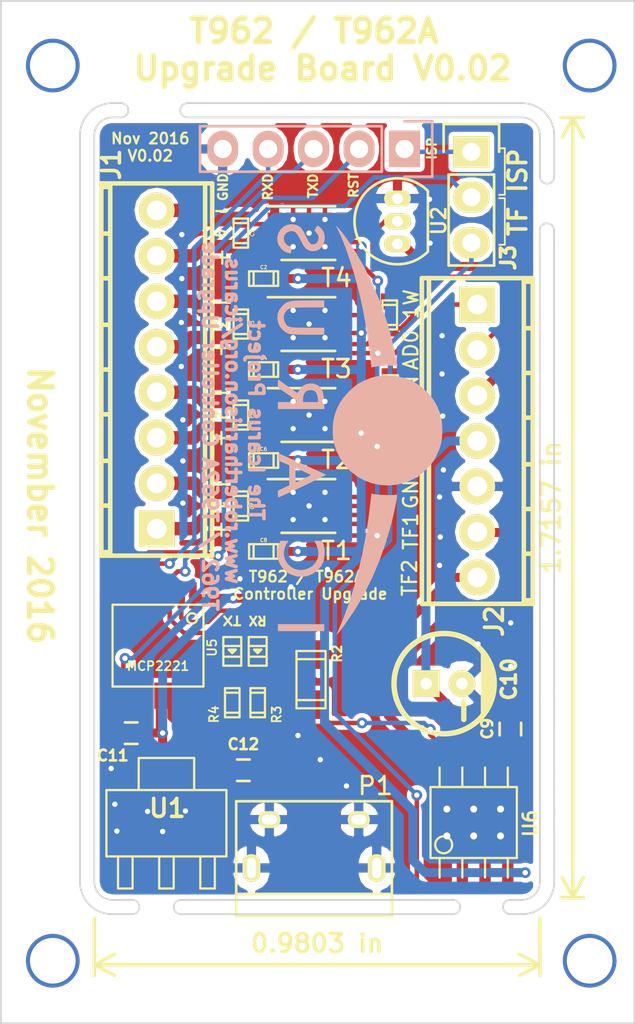
<source format=kicad_pcb>
(kicad_pcb (version 4) (host pcbnew 4.0.4-stable)
  (layers (0 F.Cu signal) (31 B.Cu signal) (34 B.Paste user) (35 F.Paste user) (36 B.SilkS user) (37 F.SilkS user) (38 B.Mask user) (39 F.Mask user) (44 Edge.Cuts user))
  (net 0 "")
  (net 1 GND)
  (net 2 1W)
  (net 3 VCC)
  (net 4 T1+)
  (net 5 T1-)
  (net 6 T2+)
  (net 7 T2-)
  (net 8 T3+)
  (net 9 T3-)
  (net 10 T4+)
  (net 11 T4-)
  (net 12 D-)
  (net 13 D+)
  (net 14 n_ISP)
  (net 15 n_RESET)
  (net 16 TXD0)
  (net 17 RXD0)
  (net 18 LEDRX)
  (net 19 LEDTX)
  (net 20 GP2)
  (net 21 12V)
  (net 22 INT2)
  (net 23 "Net-(R2-Pad1)")
  (net 24 5V)
  (net 25 "Net-(LD1-Pad2)")
  (net 26 "Net-(LD2-Pad2)")
  (net 27 OUT1)
  (net 28 OUT2)
  (net 29 AD0)
  (net 30 FAN1)
  (net 31 "Net-(R5-Pad2)")
  (net 32 "Net-(P1-Pad4)")
  (net 33 "Net-(T1-Pad10)")
  (net 34 "Net-(T2-Pad10)")
  (net 35 "Net-(T3-Pad10)")
  (net 36 "Net-(T4-Pad10)")
  (net 37 "Net-(U5-Pad4)")
  (net 38 "Net-(U5-Pad9)")
  (net 39 "Net-(U5-Pad10)")
  (module w_conn_mpt:mpt_0,5%2f8-2,54 (layer F.Cu) (at 135.811 106.98 270)
    (fp_text reference J1 (at -11.45 2.541 270) (layer F.SilkS) (effects (font (thickness 0.2))))
    (fp_text value HEADER_8 hide)
    (pad 4 thru_hole oval (at 1.27 0 270) (size 1.99898 1.99898) (drill 1.09728) (layers *.Cu *.Mask F.SilkS) (net 7 T2-))
    (pad 1 thru_hole rect (at 8.89 0 270) (size 1.99898 1.99898) (drill 1.09728) (layers *.Cu *.Mask F.SilkS) (net 4 T1+))
    (pad 2 thru_hole oval (at 6.35 0 270) (size 1.99898 1.99898) (drill 1.09728) (layers *.Cu *.Mask F.SilkS) (net 5 T1-))
    (pad 3 thru_hole oval (at 3.81 0 270) (size 1.99898 1.99898) (drill 1.09728) (layers *.Cu *.Mask F.SilkS) (net 6 T2+))
    (pad 5 thru_hole oval (at -1.27 0 270) (size 1.99898 1.99898) (drill 1.09728) (layers *.Cu *.Mask F.SilkS) (net 8 T3+))
    (pad 6 thru_hole oval (at -3.81 0 270) (size 1.99898 1.99898) (drill 1.09728) (layers *.Cu *.Mask F.SilkS) (net 9 T3-))
    (pad 7 thru_hole oval (at -6.35 0 270) (size 1.99898 1.99898) (drill 1.09728) (layers *.Cu *.Mask F.SilkS) (net 10 T4+))
    (pad 8 thru_hole oval (at -8.89 0 270) (size 1.99898 1.99898) (drill 1.09728) (layers *.Cu *.Mask F.SilkS) (net 11 T4-))
  )
  (module Pin_Headers:Pin_Header_Straight_1x05 (layer B.Cu) (at 149.654 94.661 90)
    (fp_text reference P2 hide)
    (fp_text value CONN_01X05 hide)
    (pad 1 thru_hole rect (at 0 0 90) (size 2.032 1.7272) (drill 1.016) (layers *.Cu *.Mask B.SilkS) (net 14 n_ISP))
    (pad 2 thru_hole oval (at 0 -2.54 90) (size 2.032 1.7272) (drill 1.016) (layers *.Cu *.Mask B.SilkS) (net 15 n_RESET))
    (pad 3 thru_hole oval (at 0 -5.08 90) (size 2.032 1.7272) (drill 1.016) (layers *.Cu *.Mask B.SilkS) (net 16 TXD0))
    (pad 4 thru_hole oval (at 0 -7.62 90) (size 2.032 1.7272) (drill 1.016) (layers *.Cu *.Mask B.SilkS) (net 17 RXD0))
    (pad 5 thru_hole oval (at 0 -10.16 90) (size 2.032 1.7272) (drill 1.016) (layers *.Cu *.Mask B.SilkS) (net 1 GND))
  )
  (module w_smd_cap:c_0603 (layer F.Cu) (at 140.51 99.36 270)
    (fp_text reference C1 (at 0 -0.635 270) (layer F.SilkS) (effects (font (size 0.20066 0.20066) (thickness 0.04064))))
    (fp_text value 10nF hide)
    (pad 1 smd rect (at 0.75184 0 270) (size 0.89916 1.00076) (layers F.Cu F.Paste F.Mask) (net 10 T4+))
    (pad 2 smd rect (at -0.75184 0 270) (size 0.89916 1.00076) (layers F.Cu F.Paste F.Mask) (net 11 T4-))
  )
  (module w_smd_cap:c_0603 (layer F.Cu) (at 141.78 101.9)
    (fp_text reference C2 (at 0 -0.635) (layer F.SilkS) (effects (font (size 0.20066 0.20066) (thickness 0.04064))))
    (fp_text value 100nF hide)
    (pad 1 smd rect (at 0.75184 0) (size 0.89916 1.00076) (layers F.Cu F.Paste F.Mask) (net 3 VCC))
    (pad 2 smd rect (at -0.75184 0) (size 0.89916 1.00076) (layers F.Cu F.Paste F.Mask) (net 1 GND))
  )
  (module w_smd_cap:c_0603 (layer F.Cu) (at 140.51 104.44 270)
    (fp_text reference C3 (at 0 -0.635 270) (layer F.SilkS) (effects (font (size 0.20066 0.20066) (thickness 0.04064))))
    (fp_text value 10nF hide)
    (pad 1 smd rect (at 0.75184 0 270) (size 0.89916 1.00076) (layers F.Cu F.Paste F.Mask) (net 8 T3+))
    (pad 2 smd rect (at -0.75184 0 270) (size 0.89916 1.00076) (layers F.Cu F.Paste F.Mask) (net 9 T3-))
  )
  (module w_smd_cap:c_0603 (layer F.Cu) (at 141.78 106.98)
    (fp_text reference C4 (at 0 -0.635) (layer F.SilkS) (effects (font (size 0.20066 0.20066) (thickness 0.04064))))
    (fp_text value 100nF hide)
    (pad 1 smd rect (at 0.75184 0) (size 0.89916 1.00076) (layers F.Cu F.Paste F.Mask) (net 3 VCC))
    (pad 2 smd rect (at -0.75184 0) (size 0.89916 1.00076) (layers F.Cu F.Paste F.Mask) (net 1 GND))
  )
  (module w_smd_cap:c_0603 (layer F.Cu) (at 140.51 109.52 270)
    (fp_text reference C5 (at 0 -0.635 270) (layer F.SilkS) (effects (font (size 0.20066 0.20066) (thickness 0.04064))))
    (fp_text value 10nF hide)
    (pad 1 smd rect (at 0.75184 0 270) (size 0.89916 1.00076) (layers F.Cu F.Paste F.Mask) (net 6 T2+))
    (pad 2 smd rect (at -0.75184 0 270) (size 0.89916 1.00076) (layers F.Cu F.Paste F.Mask) (net 7 T2-))
  )
  (module w_smd_cap:c_0603 (layer F.Cu) (at 141.78 112.06)
    (fp_text reference C6 (at 0 -0.635) (layer F.SilkS) (effects (font (size 0.20066 0.20066) (thickness 0.04064))))
    (fp_text value 100nF hide)
    (pad 1 smd rect (at 0.75184 0) (size 0.89916 1.00076) (layers F.Cu F.Paste F.Mask) (net 3 VCC))
    (pad 2 smd rect (at -0.75184 0) (size 0.89916 1.00076) (layers F.Cu F.Paste F.Mask) (net 1 GND))
  )
  (module w_smd_cap:c_0603 (layer F.Cu) (at 140.51 114.6 270)
    (fp_text reference C7 (at 0 -0.635 270) (layer F.SilkS) (effects (font (size 0.20066 0.20066) (thickness 0.04064))))
    (fp_text value 10nF hide)
    (pad 1 smd rect (at 0.75184 0 270) (size 0.89916 1.00076) (layers F.Cu F.Paste F.Mask) (net 4 T1+))
    (pad 2 smd rect (at -0.75184 0 270) (size 0.89916 1.00076) (layers F.Cu F.Paste F.Mask) (net 5 T1-))
  )
  (module w_smd_cap:c_0603 (layer F.Cu) (at 141.78 117.14)
    (fp_text reference C8 (at 0 -0.635) (layer F.SilkS) (effects (font (size 0.20066 0.20066) (thickness 0.04064))))
    (fp_text value 100nF hide)
    (pad 1 smd rect (at 0.75184 0) (size 0.89916 1.00076) (layers F.Cu F.Paste F.Mask) (net 3 VCC))
    (pad 2 smd rect (at -0.75184 0) (size 0.89916 1.00076) (layers F.Cu F.Paste F.Mask) (net 1 GND))
  )
  (module w_smd_dil:tssop-14 (layer F.Cu) (at 135.88 122.4 180)
    (fp_text reference U5 (at -3.01772 -0.11308 270) (layer F.SilkS) (effects (font (size 0.50038 0.50038) (thickness 0.09906))))
    (fp_text value MCP2221 (at 0 -1.143 180) (layer F.SilkS) (effects (font (size 0.50038 0.50038) (thickness 0.09906))))
    (pad 4 smd rect (at 0 2.79908 180) (size 0.4191 1.47066) (layers F.Cu F.Paste F.Mask) (net 37 "Net-(U5-Pad4)"))
    (pad 5 smd rect (at 0.65024 2.79908 180) (size 0.4191 1.47066) (layers F.Cu F.Paste F.Mask) (net 16 TXD0))
    (pad 6 smd rect (at 1.30048 2.79908 180) (size 0.4191 1.47066) (layers F.Cu F.Paste F.Mask) (net 17 RXD0))
    (pad 7 smd rect (at 1.95072 2.79908 180) (size 0.4191 1.47066) (layers F.Cu F.Paste F.Mask) (net 20 GP2))
    (pad 8 smd rect (at 1.95072 -2.79908 180) (size 0.4191 1.47066) (layers F.Cu F.Paste F.Mask) (net 15 n_RESET))
    (pad 1 smd rect (at -1.95072 2.79908 180) (size 0.4191 1.47066) (layers F.Cu F.Paste F.Mask) (net 3 VCC))
    (pad 2 smd rect (at -1.30048 2.79908 180) (size 0.4191 1.47066) (layers F.Cu F.Paste F.Mask) (net 18 LEDRX))
    (pad 3 smd rect (at -0.65024 2.79908 180) (size 0.4191 1.47066) (layers F.Cu F.Paste F.Mask) (net 19 LEDTX))
    (pad 9 smd rect (at 1.30048 -2.79908 180) (size 0.4191 1.47066) (layers F.Cu F.Paste F.Mask) (net 38 "Net-(U5-Pad9)"))
    (pad 10 smd rect (at 0.65024 -2.79908 180) (size 0.4191 1.47066) (layers F.Cu F.Paste F.Mask) (net 39 "Net-(U5-Pad10)"))
    (pad 11 smd rect (at 0 -2.79908 180) (size 0.4191 1.47066) (layers F.Cu F.Paste F.Mask) (net 3 VCC))
    (pad 12 smd rect (at -0.65024 -2.79908 180) (size 0.4191 1.47066) (layers F.Cu F.Paste F.Mask) (net 12 D-))
    (pad 13 smd rect (at -1.30048 -2.79908 180) (size 0.4191 1.47066) (layers F.Cu F.Paste F.Mask) (net 13 D+))
    (pad 14 smd rect (at -1.95072 -2.79908 180) (size 0.4191 1.47066) (layers F.Cu F.Paste F.Mask) (net 1 GND))
  )
  (module w_smd_leds:Led_0603 (layer F.Cu) (at 141.45 122.7207 270)
    (fp_text reference LD1 hide)
    (fp_text value LED hide)
    (pad 1 smd rect (at -0.7493 0 270) (size 0.79756 0.79756) (layers F.Cu F.Paste F.Mask) (net 18 LEDRX))
    (pad 2 smd rect (at 0.7493 0 270) (size 0.79756 0.79756) (layers F.Cu F.Paste F.Mask) (net 25 "Net-(LD1-Pad2)"))
  )
  (module w_smd_leds:Led_0603 (layer F.Cu) (at 140.03 122.7207 270)
    (fp_text reference LD2 hide)
    (fp_text value LED hide)
    (pad 1 smd rect (at -0.7493 0 270) (size 0.79756 0.79756) (layers F.Cu F.Paste F.Mask) (net 19 LEDTX))
    (pad 2 smd rect (at 0.7493 0 270) (size 0.79756 0.79756) (layers F.Cu F.Paste F.Mask) (net 26 "Net-(LD2-Pad2)"))
  )
  (module T962A:MAX31850_MAX31851_TDFN_EP (layer F.Cu) (at 144.32 104.44)
    (fp_text reference T3 (at 1.536 2.5) (layer F.SilkS))
    (fp_text value MAX31850 hide)
    (pad 1 smd rect (at -1.92 -1) (size 0.79 0.3) (layers F.Cu F.Paste F.Mask) (net 1 GND) (clearance 0.01))
    (pad 2 smd rect (at -1.92 -0.5) (size 0.79 0.3) (layers F.Cu F.Paste F.Mask) (net 9 T3-) (clearance 0.01))
    (pad 3 smd rect (at -1.92 0) (size 0.79 0.3) (layers F.Cu F.Paste F.Mask) (net 8 T3+) (clearance 0.01))
    (pad 4 smd rect (at -1.92 0.5) (size 0.79 0.3) (layers F.Cu F.Paste F.Mask) (net 3 VCC) (clearance 0.01))
    (pad 5 smd rect (at -1.92 1) (size 0.79 0.3) (layers F.Cu F.Paste F.Mask) (net 2 1W) (clearance 0.01))
    (pad 10 smd rect (at 1.92 -1) (size 0.79 0.3) (layers F.Cu F.Paste F.Mask) (net 35 "Net-(T3-Pad10)") (clearance 0.01))
    (pad 9 smd rect (at 1.92 -0.5) (size 0.79 0.3) (layers F.Cu F.Paste F.Mask) (net 1 GND) (clearance 0.01))
    (pad 8 smd rect (at 1.92 0) (size 0.79 0.3) (layers F.Cu F.Paste F.Mask) (net 1 GND) (clearance 0.01))
    (pad 7 smd rect (at 1.92 0.5) (size 0.79 0.3) (layers F.Cu F.Paste F.Mask) (net 3 VCC) (clearance 0.01))
    (pad 6 smd rect (at 1.92 1) (size 0.79 0.3) (layers F.Cu F.Paste F.Mask) (net 1 GND) (clearance 0.01))
    (pad "" smd rect (at 0 0) (size 2.6 2.3) (layers F.Cu F.Paste F.Mask) (clearance 0.01))
  )
  (module T962A:MAX31850_MAX31851_TDFN_EP (layer F.Cu) (at 144.32 109.52)
    (fp_text reference T2 (at 1.536 2.5) (layer F.SilkS))
    (fp_text value MAX31850 hide)
    (pad 1 smd rect (at -1.92 -1) (size 0.79 0.3) (layers F.Cu F.Paste F.Mask) (net 1 GND) (clearance 0.01))
    (pad 2 smd rect (at -1.92 -0.5) (size 0.79 0.3) (layers F.Cu F.Paste F.Mask) (net 7 T2-) (clearance 0.01))
    (pad 3 smd rect (at -1.92 0) (size 0.79 0.3) (layers F.Cu F.Paste F.Mask) (net 6 T2+) (clearance 0.01))
    (pad 4 smd rect (at -1.92 0.5) (size 0.79 0.3) (layers F.Cu F.Paste F.Mask) (net 3 VCC) (clearance 0.01))
    (pad 5 smd rect (at -1.92 1) (size 0.79 0.3) (layers F.Cu F.Paste F.Mask) (net 2 1W) (clearance 0.01))
    (pad 10 smd rect (at 1.92 -1) (size 0.79 0.3) (layers F.Cu F.Paste F.Mask) (net 34 "Net-(T2-Pad10)") (clearance 0.01))
    (pad 9 smd rect (at 1.92 -0.5) (size 0.79 0.3) (layers F.Cu F.Paste F.Mask) (net 1 GND) (clearance 0.01))
    (pad 8 smd rect (at 1.92 0) (size 0.79 0.3) (layers F.Cu F.Paste F.Mask) (net 1 GND) (clearance 0.01))
    (pad 7 smd rect (at 1.92 0.5) (size 0.79 0.3) (layers F.Cu F.Paste F.Mask) (net 1 GND) (clearance 0.01))
    (pad 6 smd rect (at 1.92 1) (size 0.79 0.3) (layers F.Cu F.Paste F.Mask) (net 3 VCC) (clearance 0.01))
    (pad "" smd rect (at 0 0) (size 2.6 2.3) (layers F.Cu F.Paste F.Mask) (clearance 0.01))
  )
  (module T962A:MAX31850_MAX31851_TDFN_EP (layer F.Cu) (at 144.32 114.6)
    (fp_text reference T1 (at 1.536 2.5) (layer F.SilkS))
    (fp_text value MAX31850 hide)
    (pad 1 smd rect (at -1.92 -1) (size 0.79 0.3) (layers F.Cu F.Paste F.Mask) (net 1 GND) (clearance 0.01))
    (pad 2 smd rect (at -1.92 -0.5) (size 0.79 0.3) (layers F.Cu F.Paste F.Mask) (net 5 T1-) (clearance 0.01))
    (pad 3 smd rect (at -1.92 0) (size 0.79 0.3) (layers F.Cu F.Paste F.Mask) (net 4 T1+) (clearance 0.01))
    (pad 4 smd rect (at -1.92 0.5) (size 0.79 0.3) (layers F.Cu F.Paste F.Mask) (net 3 VCC) (clearance 0.01))
    (pad 5 smd rect (at -1.92 1) (size 0.79 0.3) (layers F.Cu F.Paste F.Mask) (net 2 1W) (clearance 0.01))
    (pad 10 smd rect (at 1.92 -1) (size 0.79 0.3) (layers F.Cu F.Paste F.Mask) (net 33 "Net-(T1-Pad10)") (clearance 0.01))
    (pad 9 smd rect (at 1.92 -0.5) (size 0.79 0.3) (layers F.Cu F.Paste F.Mask) (net 1 GND) (clearance 0.01))
    (pad 8 smd rect (at 1.92 0) (size 0.79 0.3) (layers F.Cu F.Paste F.Mask) (net 1 GND) (clearance 0.01))
    (pad 7 smd rect (at 1.92 0.5) (size 0.79 0.3) (layers F.Cu F.Paste F.Mask) (net 1 GND) (clearance 0.01))
    (pad 6 smd rect (at 1.92 1) (size 0.79 0.3) (layers F.Cu F.Paste F.Mask) (net 1 GND) (clearance 0.01))
    (pad "" smd rect (at 0 0) (size 2.6 2.3) (layers F.Cu F.Paste F.Mask) (clearance 0.01))
  )
  (module Pin_Headers:Pin_Header_Straight_1x03 (layer F.Cu) (at 153.39 94.82)
    (fp_text reference J3 (at 2.06 5.91 90) (layer F.SilkS) (effects (font (size 0.8 0.8) (thickness 0.2))))
    (fp_text value "ISP Jumper" hide)
    (pad 1 thru_hole rect (at 0 0) (size 2.032 1.7272) (drill 1.016) (layers *.Cu *.Mask F.SilkS) (net 14 n_ISP))
    (pad 2 thru_hole oval (at 0 2.54) (size 2.032 1.7272) (drill 1.016) (layers *.Cu *.Mask F.SilkS) (net 20 GP2))
    (pad 3 thru_hole oval (at 0 5.08) (size 2.032 1.7272) (drill 1.016) (layers *.Cu *.Mask F.SilkS) (net 22 INT2))
  )
  (module w_smd_resistors:r_1206 (layer F.Cu) (at 144.43 124.3 270)
    (fp_text reference R2 (at -1.45 -1.46 270) (layer F.SilkS) (effects (font (size 0.50038 0.50038) (thickness 0.11938))))
    (fp_text value 0R hide)
    (pad 1 smd rect (at 1.397 0 270) (size 1.6002 1.8034) (layers F.Cu F.Paste F.Mask) (net 23 "Net-(R2-Pad1)"))
    (pad 2 smd rect (at -1.397 0 270) (size 1.6002 1.8034) (layers F.Cu F.Paste F.Mask) (net 1 GND))
  )
  (module T962A:IcarusLogo (layer B.Cu) (at 147.07 110.45 90)
    (fp_text reference G*** hide)
    (fp_text value LOGO hide)
  )
  (module T962A:HSOP-8 (layer F.Cu) (at 153.51877 132.279142 90)
    (fp_text reference U6 (at -0.050858 3.15123 90) (layer F.SilkS) (effects (font (size 0.7493 0.7493) (thickness 0.14986))))
    (fp_text value DRV8870 hide)
    (pad 1 smd rect (at -2.794858 -1.90377) (size 0.635 1.27) (layers F.Cu F.Paste F.Mask) (net 1 GND))
    (pad 2 smd rect (at -2.794858 -0.63377) (size 0.635 1.27) (layers F.Cu F.Paste F.Mask) (net 22 INT2))
    (pad 3 smd rect (at -2.794858 0.63623) (size 0.635 1.27) (layers F.Cu F.Paste F.Mask) (net 3 VCC))
    (pad 4 smd rect (at -2.794858 1.90623) (size 0.635 1.27) (layers F.Cu F.Paste F.Mask) (net 3 VCC))
    (pad 5 smd rect (at 2.793142 1.90623) (size 0.635 1.27) (layers F.Cu F.Paste F.Mask) (net 21 12V))
    (pad 6 smd rect (at 2.793142 0.63623) (size 0.635 1.27) (layers F.Cu F.Paste F.Mask) (net 27 OUT1))
    (pad 7 smd rect (at 2.793142 -0.63377) (size 0.635 1.27) (layers F.Cu F.Paste F.Mask) (net 23 "Net-(R2-Pad1)"))
    (pad 8 smd rect (at 2.793142 -1.90377) (size 0.635 1.27) (layers F.Cu F.Paste F.Mask) (net 28 OUT2))
    (pad 9 smd rect (at -0.000858 0.00123) (size 4.89 2.94) (layers F.Cu F.Paste F.Mask) (net 1 GND))
    (pad 9 thru_hole circle (at 0.749142 1.50123) (size 0.4 0.4) (drill 0.33) (layers *.Cu *.Mask F.SilkS) (net 1 GND))
    (pad 9 thru_hole circle (at 0.749142 0.00123) (size 0.4 0.4) (drill 0.33) (layers *.Cu *.Mask F.SilkS) (net 1 GND))
    (pad 9 thru_hole circle (at -0.750858 1.50123) (size 0.4 0.4) (drill 0.33) (layers *.Cu *.Mask F.SilkS) (net 1 GND))
    (pad 9 thru_hole circle (at -0.750858 0.00123) (size 0.4 0.4) (drill 0.33) (layers *.Cu *.Mask F.SilkS) (net 1 GND))
    (pad 9 thru_hole circle (at 0.749142 -1.49877) (size 0.4 0.4) (drill 0.33) (layers *.Cu *.Mask F.SilkS) (net 1 GND))
    (pad 9 thru_hole circle (at -0.750858 -1.49877) (size 0.4 0.4) (drill 0.33) (layers *.Cu *.Mask F.SilkS) (net 1 GND))
  )
  (module Capacitors_SMD:C_0603 (layer F.Cu) (at 155.57 127.06 90)
    (fp_text reference C9 (at 0.02 -1.29 90) (layer F.SilkS) (effects (font (size 0.6 0.6))))
    (fp_text value 0.1uF hide)
    (pad 1 smd rect (at -0.75 0 90) (size 0.8 0.75) (layers F.Cu F.Paste F.Mask) (net 21 12V))
    (pad 2 smd rect (at 0.75 0 90) (size 0.8 0.75) (layers F.Cu F.Paste F.Mask) (net 1 GND))
  )
  (module T962A:USB_Micro-B (layer F.Cu) (at 144.6 133.68)
    (fp_text reference P1 (at 3.43 -3.45 180) (layer F.SilkS))
    (fp_text value USB_OTG hide)
    (pad 1 smd rect (at -1.3009 -1.56254 90) (size 1.35 0.4) (layers F.Cu F.Paste F.Mask) (net 24 5V))
    (pad 2 smd rect (at -0.6509 -1.56254 90) (size 1.35 0.4) (layers F.Cu F.Paste F.Mask) (net 12 D-))
    (pad 3 smd rect (at -0.0009 -1.56254 90) (size 1.35 0.4) (layers F.Cu F.Paste F.Mask) (net 13 D+))
    (pad 4 smd rect (at 0.6491 -1.56254 90) (size 1.35 0.4) (layers F.Cu F.Paste F.Mask) (net 32 "Net-(P1-Pad4)"))
    (pad 5 smd rect (at 1.2991 -1.56254 90) (size 1.35 0.4) (layers F.Cu F.Paste F.Mask) (net 1 GND))
    (pad 6 thru_hole oval (at -2.5009 -1.56254 90) (size 0.95 1.25) (drill oval 0.55 0.85) (layers *.Cu *.Mask F.SilkS) (net 1 GND))
    (pad 6 thru_hole oval (at 2.4991 -1.56254 90) (size 0.95 1.25) (drill oval 0.55 0.85) (layers *.Cu *.Mask F.SilkS) (net 1 GND))
    (pad 6 thru_hole oval (at -3.5009 1.13746 90) (size 1.55 1) (drill oval 1.15 0.5) (layers *.Cu *.Mask F.SilkS) (net 1 GND))
    (pad 6 thru_hole oval (at 3.4991 1.13746 90) (size 1.55 1) (drill oval 1.15 0.5) (layers *.Cu *.Mask F.SilkS) (net 1 GND))
  )
  (module T962A:MAX31850_MAX31851_TDFN_EP (layer F.Cu) (at 144.32 99.36)
    (fp_text reference T4 (at 1.536 2.5) (layer F.SilkS))
    (fp_text value MAX31850 hide)
    (pad 1 smd rect (at -1.92 -1) (size 0.79 0.3) (layers F.Cu F.Paste F.Mask) (net 1 GND) (clearance 0.01))
    (pad 2 smd rect (at -1.92 -0.5) (size 0.79 0.3) (layers F.Cu F.Paste F.Mask) (net 11 T4-) (clearance 0.01))
    (pad 3 smd rect (at -1.92 0) (size 0.79 0.3) (layers F.Cu F.Paste F.Mask) (net 10 T4+) (clearance 0.01))
    (pad 4 smd rect (at -1.92 0.5) (size 0.79 0.3) (layers F.Cu F.Paste F.Mask) (net 3 VCC) (clearance 0.01))
    (pad 5 smd rect (at -1.92 1) (size 0.79 0.3) (layers F.Cu F.Paste F.Mask) (net 2 1W) (clearance 0.01))
    (pad 10 smd rect (at 1.92 -1) (size 0.79 0.3) (layers F.Cu F.Paste F.Mask) (net 36 "Net-(T4-Pad10)") (clearance 0.01))
    (pad 9 smd rect (at 1.92 -0.5) (size 0.79 0.3) (layers F.Cu F.Paste F.Mask) (net 1 GND) (clearance 0.01))
    (pad 8 smd rect (at 1.92 0) (size 0.79 0.3) (layers F.Cu F.Paste F.Mask) (net 1 GND) (clearance 0.01))
    (pad 7 smd rect (at 1.92 0.5) (size 0.79 0.3) (layers F.Cu F.Paste F.Mask) (net 3 VCC) (clearance 0.01))
    (pad 6 smd rect (at 1.92 1) (size 0.79 0.3) (layers F.Cu F.Paste F.Mask) (net 3 VCC) (clearance 0.01))
    (pad "" smd rect (at 0 0) (size 2.6 2.3) (layers F.Cu F.Paste F.Mask) (clearance 0.01))
  )
  (module T962A:Stencil8_Drill_Hole (layer F.Cu) (at 130 90)
    (fp_text reference REF** hide)
    (fp_text value Stencil8_Drill_Hole hide)
    (pad "" np_thru_hole circle (at 0 0) (size 3 3) (drill 2.55) (layers *.Cu *.Mask))
  )
  (module T962A:Stencil8_Drill_Hole (layer F.Cu) (at 130 140)
    (fp_text reference REF** hide)
    (fp_text value Stencil8_Drill_Hole hide)
    (pad "" np_thru_hole circle (at 0 0) (size 3 3) (drill 2.55) (layers *.Cu *.Mask))
  )
  (module T962A:Stencil8_Drill_Hole (layer F.Cu) (at 160 140)
    (fp_text reference REF** hide)
    (fp_text value Stencil8_Drill_Hole hide)
    (pad "" np_thru_hole circle (at 0 0) (size 3 3) (drill 2.55) (layers *.Cu *.Mask))
  )
  (module T962A:Stencil8_Drill_Hole (layer F.Cu) (at 160 90)
    (fp_text reference REF** hide)
    (fp_text value Stencil8_Drill_Hole hide)
    (pad "" np_thru_hole circle (at 0 0) (size 3 3) (drill 2.55) (layers *.Cu *.Mask))
  )
  (module Capacitors_SMD:C_0603 (layer F.Cu) (at 134.38 127.29 180)
    (fp_text reference C11 (at 1.03 -1.25 180) (layer F.SilkS) (effects (font (size 0.6 0.6))))
    (fp_text value 10uF hide)
    (pad 1 smd rect (at -0.75 0 180) (size 0.8 0.75) (layers F.Cu F.Paste F.Mask) (net 3 VCC))
    (pad 2 smd rect (at 0.75 0 180) (size 0.8 0.75) (layers F.Cu F.Paste F.Mask) (net 1 GND))
  )
  (module Capacitors_SMD:C_0603 (layer F.Cu) (at 140.65 129.36 180)
    (fp_text reference C12 (at 0 1.45 180) (layer F.SilkS) (effects (font (size 0.6 0.6))))
    (fp_text value 10uF hide)
    (pad 1 smd rect (at -0.75 0 180) (size 0.8 0.75) (layers F.Cu F.Paste F.Mask) (net 24 5V))
    (pad 2 smd rect (at 0.75 0 180) (size 0.8 0.75) (layers F.Cu F.Paste F.Mask) (net 1 GND))
  )
  (module w_smd_resistors:r_0603 (layer F.Cu) (at 141.45 125.58816 270)
    (fp_text reference R3 (at 0.66184 -1.06 270) (layer F.SilkS) (effects (font (size 0.5 0.5) (thickness 0.1))))
    (fp_text value 400 hide)
    (pad 1 smd rect (at 0.75184 0 270) (size 0.89916 1.00076) (layers F.Cu F.Paste F.Mask) (net 1 GND))
    (pad 2 smd rect (at -0.75184 0 270) (size 0.89916 1.00076) (layers F.Cu F.Paste F.Mask) (net 25 "Net-(LD1-Pad2)"))
  )
  (module w_smd_resistors:r_0603 (layer F.Cu) (at 140.03 125.58816 270)
    (fp_text reference R4 (at 0.65184 1.02 270) (layer F.SilkS) (effects (font (size 0.5 0.5) (thickness 0.1))))
    (fp_text value 400 hide)
    (pad 1 smd rect (at 0.75184 0 270) (size 0.89916 1.00076) (layers F.Cu F.Paste F.Mask) (net 1 GND))
    (pad 2 smd rect (at -0.75184 0 270) (size 0.89916 1.00076) (layers F.Cu F.Paste F.Mask) (net 26 "Net-(LD2-Pad2)"))
  )
  (module w_smd_trans:sot223 (layer F.Cu) (at 136.35 132.32)
    (fp_text reference U1 (at 0.0508 -0.8382) (layer F.SilkS) (effects (font (size 1.00076 1.00076) (thickness 0.20066))))
    (fp_text value LDO_REG hide)
    (pad 1 smd rect (at -2.30124 2.99974) (size 1.30048 1.80086) (layers F.Cu F.Paste F.Mask) (net 1 GND))
    (pad "" smd rect (at 0 2.99974) (size 1.30048 1.80086) (layers F.Cu F.Paste F.Mask))
    (pad 3 smd rect (at 2.30124 2.99974) (size 1.30048 1.80086) (layers F.Cu F.Paste F.Mask) (net 24 5V))
    (pad 2 smd rect (at 0 -2.99974) (size 3.79984 1.80086) (layers F.Cu F.Paste F.Mask) (net 3 VCC))
  )
  (module w_conn_mpt:mpt_0,5%2f7-2,54 (layer F.Cu) (at 153.72 110.97 90)
    (fp_text reference J2 (at -10.07 0.95 90) (layer F.SilkS) (effects (font (thickness 0.2))))
    (fp_text value HEADER_7 hide)
    (pad 4 thru_hole oval (at 0 0 90) (size 1.99898 1.99898) (drill 1.09728) (layers *.Cu *.Mask F.SilkS) (net 21 12V))
    (pad 1 thru_hole rect (at 7.62 0 90) (size 1.99898 1.99898) (drill 1.09728) (layers *.Cu *.Mask F.SilkS) (net 2 1W))
    (pad 2 thru_hole oval (at 5.08 0 90) (size 1.99898 1.99898) (drill 1.09728) (layers *.Cu *.Mask F.SilkS) (net 29 AD0))
    (pad 3 thru_hole oval (at 2.54 0 90) (size 1.99898 1.99898) (drill 1.09728) (layers *.Cu *.Mask F.SilkS) (net 30 FAN1))
    (pad 5 thru_hole oval (at -2.54 0 90) (size 1.99898 1.99898) (drill 1.09728) (layers *.Cu *.Mask F.SilkS) (net 1 GND))
    (pad 6 thru_hole oval (at -5.08 0 90) (size 1.99898 1.99898) (drill 1.09728) (layers *.Cu *.Mask F.SilkS) (net 27 OUT1))
    (pad 7 thru_hole oval (at -7.62 0 90) (size 1.99898 1.99898) (drill 1.09728) (layers *.Cu *.Mask F.SilkS) (net 28 OUT2))
  )
  (module w_smd_resistors:r_0603 (layer F.Cu) (at 148.83 103.93 270)
    (fp_text reference R5 (at -0.04 1.01 270) (layer F.SilkS) (effects (font (size 0.5 0.5) (thickness 0.1))))
    (fp_text value 4K7 hide)
    (pad 1 smd rect (at 0.75184 0 270) (size 0.89916 1.00076) (layers F.Cu F.Paste F.Mask) (net 29 AD0))
    (pad 2 smd rect (at -0.75184 0 270) (size 0.89916 1.00076) (layers F.Cu F.Paste F.Mask) (net 31 "Net-(R5-Pad2)"))
  )
  (module TO_SOT_Packages_THT:TO-92_Inline_Narrow_Oval (layer F.Cu) (at 149.26 99.97 90)
    (fp_text reference U2 (at 1.3 2.31 90) (layer F.SilkS) (effects (font (size 0.8 0.8))))
    (fp_text value Transistor hide)
    (pad 2 thru_hole oval (at 1.27 0 270) (size 0.89916 1.50114) (drill 0.6) (layers *.Cu *.Mask F.SilkS) (net 31 "Net-(R5-Pad2)"))
    (pad 3 thru_hole oval (at 2.54 0 270) (size 0.89916 1.50114) (drill 0.6) (layers *.Cu *.Mask F.SilkS) (net 1 GND))
    (pad 1 thru_hole oval (at 0 0 270) (size 0.89916 1.50114) (drill 0.6) (layers *.Cu *.Mask F.SilkS) (net 30 FAN1))
  )
  (module w_capacitors:CP_5x11mm (layer F.Cu) (at 151.8666 124.5235 270)
    (fp_text reference C10 (at -0.2435 -3.6234 270) (layer F.SilkS) (effects (font (size 0.8 0.8) (thickness 0.2))))
    (fp_text value 47uF hide)
    (pad 1 thru_hole rect (at 0 1 270) (size 1.5 1.5) (drill 0.65) (layers *.Cu *.Mask F.SilkS) (net 21 12V))
    (pad 2 thru_hole circle (at 0 -1 270) (size 1.5 1.5) (drill 0.65) (layers *.Cu *.Mask F.SilkS) (net 1 GND))
  )
  (module w_smd_resistors:r_0603 (layer F.Cu) (at 148.88 108.11 270)
    (fp_text reference R1 (at 0 0.99 270) (layer F.SilkS) (effects (font (size 0.5 0.5) (thickness 0.1))))
    (fp_text value 4K7 hide)
    (pad 1 smd rect (at 0.75184 0 270) (size 0.89916 1.00076) (layers F.Cu F.Paste F.Mask) (net 3 VCC))
    (pad 2 smd rect (at -0.75184 0 270) (size 0.89916 1.00076) (layers F.Cu F.Paste F.Mask) (net 2 1W))
  )
  (gr_line (start 152.36 137.4) (end 137.16 137.4) (layer Edge.Cuts) (width 0.1))
  (gr_line (start 152.36 136.6) (end 137.16 136.6) (layer Edge.Cuts) (width 0.1))
  (gr_arc (start 152.36 137) (end 152.36 136.6) (angle 180) (layer Edge.Cuts) (width 0.1))
  (gr_arc (start 137.16 137) (end 137.16 137.4) (angle 180) (layer Edge.Cuts) (width 0.1))
  (gr_text "T962 / T962A \nController Upgrade" (at 144.39 119.03) (layer F.SilkS) (effects (font (size 0.6 0.6) (thickness 0.125))))
  (gr_text "The Icarus Project\nwww.robertharrison.org/icarus\nT962 / T962A Controller Upgrade " (at 140.07 109.83 270) (layer B.SilkS) (effects (font (size 0.8 0.8) (thickness 0.2)) (justify mirror)))
  (gr_text 4 (at 139.39 99.36 270) (layer F.SilkS) (effects (font (size 0.6 0.6) (thickness 0.125))))
  (gr_text "3\n" (at 139.39 104.45 270) (layer F.SilkS) (effects (font (size 0.6 0.6) (thickness 0.125))))
  (gr_text 2 (at 139.39 109.5 270) (layer F.SilkS) (effects (font (size 0.6 0.6) (thickness 0.125))))
  (gr_text 1 (at 139.4 114.61 270) (layer F.SilkS) (effects (font (size 0.6 0.6) (thickness 0.125))))
  (gr_text "November 2016\n" (at 129.29 114.58 270) (layer F.SilkS) (effects (font (size 1.3 1.3) (thickness 0.3))))
  (gr_text "T962 / T962A \nUpgrade Board V0.02\n" (at 145.08 89.12) (layer F.SilkS) (effects (font (size 1.3 1.3) (thickness 0.3))))
  (gr_text FAN (at 150.01 108.42 90) (layer F.SilkS) (effects (font (size 0.8 0.8) (thickness 0.125))))
  (gr_text - (at 139.42 113.33) (layer F.SilkS) (effects (font (size 0.8 0.8) (thickness 0.125))))
  (gr_text + (at 139.42 115.86) (layer F.SilkS) (effects (font (size 0.9 0.8) (thickness 0.125))))
  (gr_text - (at 139.42 108.22) (layer F.SilkS) (effects (font (size 0.8 0.8) (thickness 0.125))))
  (gr_text + (at 139.42 110.74) (layer F.SilkS) (effects (font (size 0.9 0.8) (thickness 0.125))))
  (gr_text - (at 139.42 103.18) (layer F.SilkS) (effects (font (size 0.8 0.8) (thickness 0.125))))
  (gr_text + (at 139.42 105.71) (layer F.SilkS) (effects (font (size 0.9 0.8) (thickness 0.125))))
  (gr_text TX (at 140.01 120.99 180) (layer F.SilkS) (effects (font (size 0.5 0.6) (thickness 0.125))))
  (gr_text RX (at 141.45 121 180) (layer F.SilkS) (effects (font (size 0.5 0.5) (thickness 0.125))))
  (gr_text "Nov 2016\nV0.02\n" (at 135.45 94.56) (layer F.SilkS) (effects (font (size 0.6 0.6) (thickness 0.125))))
  (gr_line (start 127.1 143.5) (end 127.1 86.39) (layer Edge.Cuts) (width 0.1))
  (gr_line (start 162.5 143.5) (end 127.1 143.5) (layer Edge.Cuts) (width 0.1))
  (gr_line (start 162.5 86.39) (end 162.5 143.5) (layer Edge.Cuts) (width 0.1))
  (gr_line (start 127.1 86.39) (end 162.5 86.39) (layer Edge.Cuts) (width 0.1))
  (gr_line (start 158.02 93.9) (end 158.02 96.2) (layer Edge.Cuts) (width 0.1))
  (gr_line (start 157.22 96.2) (end 157.22 93.9) (layer Edge.Cuts) (width 0.1))
  (gr_line (start 133.32 92.9) (end 133.82 92.9) (layer Edge.Cuts) (width 0.1))
  (gr_line (start 133.82 92.1) (end 133.32 92.1) (layer Edge.Cuts) (width 0.1))
  (gr_arc (start 137.52 92.5) (end 137.52 92.9) (angle 180) (layer Edge.Cuts) (width 0.1))
  (gr_arc (start 133.82 92.5) (end 133.82 92.1) (angle 180) (layer Edge.Cuts) (width 0.1))
  (gr_arc (start 157.61 99.21) (end 157.21 99.21) (angle 180) (layer Edge.Cuts) (width 0.1))
  (gr_arc (start 157.62 96.2) (end 158.02 96.2) (angle 180) (layer Edge.Cuts) (width 0.1))
  (gr_line (start 134.44 137.4) (end 133.32 137.4) (layer Edge.Cuts) (width 0.1))
  (gr_line (start 133.33 136.6) (end 134.44 136.6) (layer Edge.Cuts) (width 0.1))
  (gr_line (start 156.22 136.6) (end 155.56 136.6) (layer Edge.Cuts) (width 0.1))
  (gr_line (start 156.22 137.4) (end 155.56 137.4) (layer Edge.Cuts) (width 0.1))
  (gr_arc (start 155.56 137) (end 155.56 137.4) (angle 180) (layer Edge.Cuts) (width 0.1))
  (gr_arc (start 134.44 137) (end 134.44 136.6) (angle 180) (layer Edge.Cuts) (width 0.1))
  (gr_arc (start 156.22 135.6) (end 158.02 135.6) (angle 90) (layer Edge.Cuts) (width 0.1))
  (gr_arc (start 156.22 93.9) (end 156.22 92.1) (angle 90) (layer Edge.Cuts) (width 0.1))
  (gr_arc (start 133.32 93.9) (end 131.52 93.9) (angle 90) (layer Edge.Cuts) (width 0.1))
  (gr_arc (start 133.32 135.6) (end 133.32 137.4) (angle 90) (layer Edge.Cuts) (width 0.1))
  (gr_line (start 156.22 92.1) (end 137.52 92.1) (layer Edge.Cuts) (width 0.1))
  (gr_line (start 158.01 99.21) (end 158.02 135.6) (layer Edge.Cuts) (width 0.1))
  (gr_line (start 131.52 93.9) (end 131.52 135.6) (layer Edge.Cuts) (width 0.1))
  (dimension 24.9 (width 0.2) (layer F.SilkS) (gr_text "24.900 mm" (at 144.77 141.58) (layer F.SilkS) (effects (font (size 1 1) (thickness 0.2)))) (feature1 (pts (xy 157.22 137.62) (xy 157.22 142.93))) (feature2 (pts (xy 132.32 137.62) (xy 132.32 142.93))) (crossbar (pts (xy 132.32 140.23) (xy 157.22 140.23))) (arrow1a (pts (xy 157.22 140.23) (xy 156.093496 140.816421))) (arrow1b (pts (xy 157.22 140.23) (xy 156.093496 139.643579))) (arrow2a (pts (xy 132.32 140.23) (xy 133.446504 140.816421))) (arrow2b (pts (xy 132.32 140.23) (xy 133.446504 139.643579))))
  (dimension 43.58 (width 0.2) (layer F.SilkS) (gr_text "43.580 mm" (at 160.41 114.69 90) (layer F.SilkS) (effects (font (size 1 1) (thickness 0.2)))) (feature1 (pts (xy 158.4 92.9) (xy 161.76 92.9))) (feature2 (pts (xy 158.4 136.48) (xy 161.76 136.48))) (crossbar (pts (xy 159.06 136.48) (xy 159.06 92.9))) (arrow1a (pts (xy 159.06 92.9) (xy 159.646421 94.026504))) (arrow1b (pts (xy 159.06 92.9) (xy 158.473579 94.026504))) (arrow2a (pts (xy 159.06 136.48) (xy 159.646421 135.353496))) (arrow2b (pts (xy 159.06 136.48) (xy 158.473579 135.353496))))
  (gr_text + (at 139.47 100.66) (layer F.SilkS) (effects (font (size 0.9 0.8) (thickness 0.125))))
  (gr_text - (at 139.43 98.07) (layer F.SilkS) (effects (font (size 0.8 0.8) (thickness 0.125))))
  (gr_text GND (at 139.51 96.79 90) (layer F.SilkS) (effects (font (size 0.5 0.5) (thickness 0.125))))
  (gr_text RXD (at 142.02 96.78 90) (layer F.SilkS) (effects (font (size 0.5 0.5) (thickness 0.125))))
  (gr_text TXD (at 144.54 96.72 90) (layer F.SilkS) (effects (font (size 0.5 0.5) (thickness 0.125))))
  (gr_text RST (at 146.81 96.7 90) (layer F.SilkS) (effects (font (size 0.5 0.5) (thickness 0.125))))
  (gr_text ISP (at 151.18 94.64 90) (layer F.SilkS) (effects (font (size 0.5 0.5) (thickness 0.125))))
  (gr_text TF (at 155.98 98.7 90) (layer F.SilkS) (effects (font (size 1 1) (thickness 0.2))))
  (gr_line (start 154.94 97.41) (end 155.26 97.41) (layer F.SilkS) (width 0.1))
  (gr_line (start 155.26 100.01) (end 154.94 100.01) (layer F.SilkS) (width 0.1))
  (gr_line (start 155.26 97.41) (end 155.26 100.01) (layer F.SilkS) (width 0.1))
  (gr_line (start 155.26 97.22) (end 154.94 97.22) (layer F.SilkS) (width 0.1))
  (gr_line (start 155.26 94.62) (end 155.26 97.22) (layer F.SilkS) (width 0.1))
  (gr_line (start 154.94 94.62) (end 155.26 94.62) (layer F.SilkS) (width 0.1))
  (gr_text ISP (at 155.98 95.87 90) (layer F.SilkS) (effects (font (size 1 1) (thickness 0.2))))
  (gr_text TF2 (at 149.94 118.61 90) (layer F.SilkS) (effects (font (size 0.8 0.8) (thickness 0.125))))
  (gr_text TF1 (at 150 116.02 90) (layer F.SilkS) (effects (font (size 0.8 0.8) (thickness 0.125))))
  (gr_text 12v (at 149.99 110.93 90) (layer F.SilkS) (effects (font (size 0.8 0.8) (thickness 0.125))))
  (gr_text GND (at 150 113.55 90) (layer F.SilkS) (effects (font (size 0.8 0.8) (thickness 0.125))))
  (gr_text AD0 (at 150.01 105.88 90) (layer F.SilkS) (effects (font (size 0.8 0.8) (thickness 0.125))))
  (gr_text 1W (at 150.03 103.33 90) (layer F.SilkS) (effects (font (size 0.8 0.8) (thickness 0.125))))
  (gr_arc (start 133.32 135.6) (end 133.32 136.6) (angle 90) (layer Edge.Cuts) (width 0.1))
  (gr_arc (start 156.22 135.6) (end 157.22 135.6) (angle 90) (layer Edge.Cuts) (width 0.1))
  (gr_arc (start 156.22 93.9) (end 156.22 92.9) (angle 90) (layer Edge.Cuts) (width 0.1))
  (gr_arc (start 133.32 93.9) (end 132.32 93.9) (angle 90) (layer Edge.Cuts) (width 0.1))
  (gr_line (start 157.22 135.6) (end 157.21 99.21) (layer Edge.Cuts) (width 0.1))
  (gr_line (start 132.32 93.9) (end 132.32 135.6) (layer Edge.Cuts) (width 0.1))
  (gr_line (start 156.22 92.9) (end 137.52 92.9) (layer Edge.Cuts) (width 0.1))
  (segment (start 151.7523 105.0925) (end 151.7523 107.2261) (width 0.25) (layer F.Cu) (net 1))
  (via (at 151.7523 105.0925) (size 0.6) (drill 0.3) (layers F.Cu B.Cu) (net 1))
  (segment (start 151.7904 109.5756) (end 151.7904 107.2642) (width 0.25) (layer B.Cu) (net 1))
  (segment (start 151.7904 107.2642) (end 151.7523 107.2261) (width 0.25) (layer B.Cu) (net 1))
  (via (at 151.7523 107.2261) (size 0.6) (drill 0.3) (layers F.Cu B.Cu) (net 1))
  (segment (start 151.8285 112.5855) (end 151.8285 109.6137) (width 0.25) (layer F.Cu) (net 1))
  (segment (start 151.8285 109.6137) (end 151.7904 109.5756) (width 0.25) (layer F.Cu) (net 1))
  (via (at 151.7904 109.5756) (size 0.6) (drill 0.3) (layers F.Cu B.Cu) (net 1))
  (via (at 151.8285 112.5855) (size 0.6) (drill 0.3) (layers F.Cu B.Cu) (net 1))
  (segment (start 151.8285 113.031992) (end 151.8285 112.5855) (width 0.25) (layer B.Cu) (net 1))
  (segment (start 153.72 113.51) (end 152.306508 113.51) (width 0.25) (layer B.Cu) (net 1))
  (segment (start 152.306508 113.51) (end 151.8285 113.031992) (width 0.25) (layer B.Cu) (net 1))
  (segment (start 151.6507 116.332) (end 151.6507 117.8814) (width 0.25) (layer F.Cu) (net 1))
  (segment (start 151.6507 117.8814) (end 151.6126 117.9195) (width 0.25) (layer F.Cu) (net 1))
  (via (at 151.6126 117.9195) (size 0.6) (drill 0.3) (layers F.Cu B.Cu) (net 1))
  (segment (start 151.6126 114.0968) (end 151.6126 116.2939) (width 0.25) (layer B.Cu) (net 1))
  (segment (start 151.6126 116.2939) (end 151.6507 116.332) (width 0.25) (layer B.Cu) (net 1))
  (via (at 151.6507 116.332) (size 0.6) (drill 0.3) (layers F.Cu B.Cu) (net 1))
  (segment (start 153.72 113.51) (end 152.1994 113.51) (width 0.25) (layer F.Cu) (net 1))
  (segment (start 152.1994 113.51) (end 151.6126 114.0968) (width 0.25) (layer F.Cu) (net 1))
  (via (at 151.6126 114.0968) (size 0.6) (drill 0.3) (layers F.Cu B.Cu) (net 1))
  (segment (start 155.59 123.56) (end 155.01 123.56) (width 0.25) (layer F.Cu) (net 1))
  (segment (start 155.01 123.56) (end 153.76 122.31) (width 0.25) (layer F.Cu) (net 1))
  (via (at 153.76 122.31) (size 0.6) (drill 0.3) (layers F.Cu B.Cu) (net 1))
  (segment (start 133.47 131.26) (end 133.47 129.47) (width 0.25) (layer B.Cu) (net 1))
  (segment (start 133.47 129.47) (end 133.26 129.26) (width 0.25) (layer B.Cu) (net 1))
  (via (at 133.26 129.26) (size 0.6) (drill 0.3) (layers F.Cu B.Cu) (net 1))
  (segment (start 136.14 132.78) (end 134.62 131.26) (width 0.25) (layer F.Cu) (net 1))
  (segment (start 134.62 131.26) (end 133.47 131.26) (width 0.25) (layer F.Cu) (net 1))
  (via (at 133.47 131.26) (size 0.6) (drill 0.3) (layers F.Cu B.Cu) (net 1))
  (segment (start 133.58 132.76) (end 136.12 132.76) (width 0.25) (layer B.Cu) (net 1))
  (segment (start 136.12 132.76) (end 136.14 132.78) (width 0.25) (layer B.Cu) (net 1))
  (via (at 136.14 132.78) (size 0.6) (drill 0.3) (layers F.Cu B.Cu) (net 1))
  (segment (start 135.3 131.66) (end 134.68 131.66) (width 0.25) (layer F.Cu) (net 1))
  (via (at 133.58 132.76) (size 0.6) (drill 0.3) (layers F.Cu B.Cu) (net 1))
  (segment (start 134.68 131.66) (end 133.58 132.76) (width 0.25) (layer F.Cu) (net 1))
  (segment (start 137.41 131.64) (end 135.32 131.64) (width 0.25) (layer B.Cu) (net 1))
  (segment (start 135.32 131.64) (end 135.3 131.66) (width 0.25) (layer B.Cu) (net 1))
  (via (at 135.3 131.66) (size 0.6) (drill 0.3) (layers F.Cu B.Cu) (net 1))
  (segment (start 139.9 129.36) (end 139.875 129.36) (width 0.25) (layer F.Cu) (net 1))
  (segment (start 139.875 129.36) (end 137.595 131.64) (width 0.25) (layer F.Cu) (net 1))
  (via (at 137.41 131.64) (size 0.6) (drill 0.3) (layers F.Cu B.Cu) (net 1))
  (segment (start 137.595 131.64) (end 137.41 131.64) (width 0.25) (layer F.Cu) (net 1))
  (segment (start 144.95 128.77) (end 144.95 128.67) (width 0.25) (layer F.Cu) (net 1))
  (segment (start 144.95 128.67) (end 143.7 127.42) (width 0.25) (layer F.Cu) (net 1))
  (via (at 143.7 127.42) (size 0.6) (drill 0.3) (layers F.Cu B.Cu) (net 1))
  (segment (start 146.41 130.24) (end 146.41 130.23) (width 0.25) (layer B.Cu) (net 1))
  (segment (start 146.41 130.23) (end 144.95 128.77) (width 0.25) (layer B.Cu) (net 1))
  (via (at 144.95 128.77) (size 0.6) (drill 0.3) (layers F.Cu B.Cu) (net 1))
  (segment (start 147.0991 132.11746) (end 147.0991 130.9291) (width 0.25) (layer F.Cu) (net 1))
  (segment (start 147.0991 130.9291) (end 146.41 130.24) (width 0.25) (layer F.Cu) (net 1))
  (via (at 146.41 130.24) (size 0.6) (drill 0.3) (layers F.Cu B.Cu) (net 1))
  (segment (start 151.05 97.47) (end 151.05 99.89) (width 0.25) (layer B.Cu) (net 1))
  (segment (start 151.05 99.89) (end 151.08 99.92) (width 0.25) (layer B.Cu) (net 1))
  (via (at 151.08 99.92) (size 0.6) (drill 0.3) (layers F.Cu B.Cu) (net 1))
  (segment (start 149.26 97.43) (end 151.01 97.43) (width 0.25) (layer F.Cu) (net 1))
  (segment (start 151.01 97.43) (end 151.05 97.47) (width 0.25) (layer F.Cu) (net 1))
  (via (at 151.05 97.47) (size 0.6) (drill 0.3) (layers F.Cu B.Cu) (net 1))
  (segment (start 147.58 103.94) (end 146.885 103.94) (width 0.25) (layer F.Cu) (net 1))
  (segment (start 146.885 103.94) (end 146.24 103.94) (width 0.25) (layer F.Cu) (net 1))
  (segment (start 147.98 104.34) (end 147.58 103.94) (width 0.25) (layer F.Cu) (net 1))
  (segment (start 147.98 105.17) (end 147.98 104.34) (width 0.25) (layer F.Cu) (net 1))
  (segment (start 146.365002 105.565002) (end 147.584998 105.565002) (width 0.25) (layer F.Cu) (net 1))
  (segment (start 146.24 105.44) (end 146.365002 105.565002) (width 0.25) (layer F.Cu) (net 1))
  (segment (start 147.584998 105.565002) (end 147.98 105.17) (width 0.25) (layer F.Cu) (net 1))
  (segment (start 140.46 118.67) (end 140.91 119.12) (width 0.25) (layer B.Cu) (net 1))
  (segment (start 140.91 119.12) (end 143.31 119.12) (width 0.25) (layer B.Cu) (net 1))
  (segment (start 141.02816 117.14) (end 141.02816 118.10184) (width 0.25) (layer F.Cu) (net 1))
  (segment (start 141.02816 118.10184) (end 140.46 118.67) (width 0.25) (layer F.Cu) (net 1))
  (via (at 140.46 118.67) (size 0.6) (drill 0.3) (layers F.Cu B.Cu) (net 1))
  (via (at 145.350419 118.145717) (size 0.6) (drill 0.3) (layers F.Cu B.Cu) (net 1))
  (segment (start 143.31 119.12) (end 144.376136 119.12) (width 0.25) (layer B.Cu) (net 1))
  (segment (start 144.376136 119.12) (end 145.05042 118.445716) (width 0.25) (layer B.Cu) (net 1))
  (segment (start 145.05042 118.445716) (end 145.350419 118.145717) (width 0.25) (layer B.Cu) (net 1))
  (segment (start 146.885 98.86) (end 147.41 98.86) (width 0.25) (layer F.Cu) (net 1))
  (segment (start 146.24 99.36) (end 146.885 99.36) (width 0.25) (layer F.Cu) (net 1))
  (segment (start 146.885 99.36) (end 147.385 98.86) (width 0.25) (layer F.Cu) (net 1))
  (segment (start 147.385 98.86) (end 147.41 98.86) (width 0.25) (layer F.Cu) (net 1))
  (segment (start 146.24 99.36) (end 146.24 98.86) (width 0.25) (layer F.Cu) (net 1))
  (segment (start 146.24 98.86) (end 146.885 98.86) (width 0.25) (layer F.Cu) (net 1))
  (segment (start 137.18 109.7) (end 137.27 109.79) (width 0.25) (layer B.Cu) (net 1))
  (via (at 137.27 109.79) (size 0.6) (drill 0.3) (layers F.Cu B.Cu) (net 1))
  (segment (start 137.18 106.81) (end 137.18 109.7) (width 0.25) (layer B.Cu) (net 1))
  (segment (start 137.27 109.79) (end 137.27 112.08) (width 0.25) (layer B.Cu) (net 1))
  (segment (start 137.27 112.08) (end 141.00816 112.08) (width 0.25) (layer F.Cu) (net 1))
  (segment (start 141.00816 112.08) (end 141.02816 112.06) (width 0.25) (layer F.Cu) (net 1))
  (segment (start 137.27 112.08) (end 137.27 114.44) (width 0.25) (layer B.Cu) (net 1))
  (via (at 137.27 112.08) (size 0.6) (drill 0.3) (layers F.Cu B.Cu) (net 1))
  (segment (start 137.18 106.81) (end 140.85816 106.81) (width 0.25) (layer F.Cu) (net 1))
  (segment (start 140.85816 106.81) (end 141.02816 106.98) (width 0.25) (layer F.Cu) (net 1))
  (segment (start 137.18 104.35) (end 137.18 106.81) (width 0.25) (layer B.Cu) (net 1))
  (via (at 137.18 106.81) (size 0.6) (drill 0.3) (layers F.Cu B.Cu) (net 1))
  (via (at 137.27 114.44) (size 0.6) (drill 0.3) (layers F.Cu B.Cu) (net 1))
  (segment (start 137.21 101.9) (end 137.21 104.32) (width 0.25) (layer B.Cu) (net 1))
  (segment (start 137.21 104.32) (end 137.18 104.35) (width 0.25) (layer B.Cu) (net 1))
  (via (at 137.18 104.35) (size 0.6) (drill 0.3) (layers F.Cu B.Cu) (net 1))
  (segment (start 137.21 101.9) (end 137.21 99.44) (width 0.25) (layer B.Cu) (net 1))
  (via (at 137.21 99.44) (size 0.6) (drill 0.3) (layers F.Cu B.Cu) (net 1))
  (segment (start 141.02816 101.9) (end 137.21 101.9) (width 0.25) (layer F.Cu) (net 1))
  (via (at 137.21 101.9) (size 0.6) (drill 0.3) (layers F.Cu B.Cu) (net 1))
  (segment (start 146.24 114.6) (end 146.24 114.1) (width 0.25) (layer F.Cu) (net 1))
  (segment (start 146.24 115.1) (end 146.24 114.6) (width 0.25) (layer F.Cu) (net 1))
  (via (at 143.31 119.12) (size 0.6) (drill 0.3) (layers F.Cu B.Cu) (net 1))
  (segment (start 155.59 123.56) (end 155.59 121.13) (width 0.25) (layer B.Cu) (net 1))
  (via (at 155.59 121.13) (size 0.6) (drill 0.3) (layers F.Cu B.Cu) (net 1))
  (segment (start 155.57 126.31) (end 155.57 123.58) (width 0.25) (layer F.Cu) (net 1))
  (segment (start 155.57 123.58) (end 155.59 123.56) (width 0.25) (layer F.Cu) (net 1))
  (via (at 155.59 123.56) (size 0.6) (drill 0.3) (layers F.Cu B.Cu) (net 1))
  (segment (start 147.2491 132.11746) (end 147.0991 132.11746) (width 0.25) (layer F.Cu) (net 1))
  (segment (start 147.17 109.235) (end 147.17 109.09) (width 0.25) (layer F.Cu) (net 1))
  (segment (start 147.17 109.09) (end 147.17 108.52) (width 0.25) (layer F.Cu) (net 1))
  (segment (start 147.17 108.735) (end 147.17 108.52) (width 0.25) (layer F.Cu) (net 1))
  (segment (start 147.17 108.52) (end 147.17 108.319998) (width 0.25) (layer F.Cu) (net 1))
  (segment (start 146.24 109.52) (end 146.885 109.52) (width 0.25) (layer F.Cu) (net 1))
  (segment (start 146.885 109.52) (end 147.17 109.235) (width 0.25) (layer F.Cu) (net 1))
  (segment (start 147.77 115.6) (end 148.52 114.85) (width 0.25) (layer F.Cu) (net 1))
  (segment (start 148.52 114.85) (end 148.52 114.1) (width 0.25) (layer F.Cu) (net 1))
  (segment (start 146.24 115.6) (end 147.77 115.6) (width 0.25) (layer F.Cu) (net 1))
  (segment (start 146.24 115.1) (end 147.52 115.1) (width 0.25) (layer F.Cu) (net 1))
  (segment (start 147.52 115.1) (end 148.52 114.1) (width 0.25) (layer F.Cu) (net 1))
  (segment (start 146.24 114.1) (end 147.9 114.1) (width 0.25) (layer F.Cu) (net 1))
  (segment (start 147.9 114.1) (end 148.52 114.1) (width 0.25) (layer F.Cu) (net 1))
  (segment (start 146.24 114.6) (end 147.4 114.6) (width 0.25) (layer F.Cu) (net 1))
  (segment (start 147.4 114.6) (end 147.9 114.1) (width 0.25) (layer F.Cu) (net 1))
  (segment (start 152.9586 132.28) (end 153.64 132.28) (width 0.25) (layer F.Cu) (net 1))
  (segment (start 146.24 109.52) (end 146.24 110.02) (width 0.25) (layer F.Cu) (net 1))
  (segment (start 146.24 109.02) (end 146.24 109.52) (width 0.25) (layer F.Cu) (net 1))
  (segment (start 137.843 125.776) (end 137.843 124.027) (width 0.25) (layer F.Cu) (net 1))
  (segment (start 137.843 124.027) (end 138.07 123.8) (width 0.25) (layer F.Cu) (net 1))
  (segment (start 143.431 113.838) (end 143.431 113.07) (width 0.25) (layer F.Cu) (net 1))
  (segment (start 143.431 113.07) (end 143.431 112.822) (width 0.25) (layer F.Cu) (net 1))
  (segment (start 142.4 113.6) (end 142.4 113.2) (width 0.25) (layer F.Cu) (net 1))
  (segment (start 142.4 113.2) (end 142.53 113.07) (width 0.25) (layer F.Cu) (net 1))
  (segment (start 142.53 113.07) (end 143.431 113.07) (width 0.25) (layer F.Cu) (net 1))
  (segment (start 144.32 107.742) (end 145.209 107.742) (width 0.25) (layer F.Cu) (net 1))
  (segment (start 143.431 107.742) (end 144.32 107.742) (width 0.25) (layer F.Cu) (net 1))
  (segment (start 143.431 108.758) (end 143.431 108) (width 0.25) (layer F.Cu) (net 1))
  (segment (start 143.431 108) (end 143.431 107.742) (width 0.25) (layer F.Cu) (net 1))
  (segment (start 142.4 108.52) (end 142.4 108.12) (width 0.25) (layer F.Cu) (net 1))
  (segment (start 142.4 108.12) (end 142.52 108) (width 0.25) (layer F.Cu) (net 1))
  (segment (start 142.52 108) (end 143.431 108) (width 0.25) (layer F.Cu) (net 1))
  (segment (start 143.431 102.662) (end 145.209 102.662) (width 0.25) (layer F.Cu) (net 1))
  (segment (start 143.431 103.678) (end 143.431 102.92) (width 0.25) (layer F.Cu) (net 1))
  (segment (start 143.431 102.92) (end 143.431 102.662) (width 0.25) (layer F.Cu) (net 1))
  (segment (start 142.4 103.44) (end 142.4 103.04) (width 0.25) (layer F.Cu) (net 1))
  (segment (start 142.4 103.04) (end 142.52 102.92) (width 0.25) (layer F.Cu) (net 1))
  (segment (start 142.52 102.92) (end 143.431 102.92) (width 0.25) (layer F.Cu) (net 1))
  (segment (start 142.4 98.36) (end 142.4 97.57) (width 0.25) (layer F.Cu) (net 1))
  (segment (start 142.4 97.57) (end 142.515 97.455) (width 0.25) (layer F.Cu) (net 1))
  (segment (start 142.515 97.455) (end 143.431 97.455) (width 0.25) (layer F.Cu) (net 1))
  (segment (start 143.431 97.455) (end 143.431 98.598) (width 0.25) (layer F.Cu) (net 1))
  (segment (start 146.24 115.1) (end 146.24 115.6) (width 0.25) (layer F.Cu) (net 1))
  (segment (start 147.17 108.319998) (end 146.592002 107.742) (width 0.25) (layer F.Cu) (net 1))
  (segment (start 146.592002 107.742) (end 145.209 107.742) (width 0.25) (layer F.Cu) (net 1))
  (segment (start 146.24 109.02) (end 146.885 109.02) (width 0.25) (layer F.Cu) (net 1))
  (segment (start 146.885 109.02) (end 147.17 108.735) (width 0.25) (layer F.Cu) (net 1))
  (segment (start 146.24 104.44) (end 146.24 103.94) (width 0.25) (layer F.Cu) (net 1))
  (segment (start 145.209 98.598) (end 145.209 97.455) (width 0.25) (layer F.Cu) (net 1))
  (segment (start 144.32 97.455) (end 144.32 97.709) (width 0.25) (layer F.Cu) (net 1))
  (segment (start 144.32 97.709) (end 144.32 97.96) (width 0.25) (layer F.Cu) (net 1))
  (segment (start 144.32 97.96) (end 144.32 99.36) (width 0.25) (layer F.Cu) (net 1))
  (via (at 145.209 98.598) (size 0.6) (drill 0.3) (layers F.Cu B.Cu) (net 1))
  (segment (start 143.431 98.598) (end 145.209 98.598) (width 0.25) (layer B.Cu) (net 1))
  (via (at 143.431 98.598) (size 0.6) (drill 0.3) (layers F.Cu B.Cu) (net 1))
  (segment (start 144.193 99.36) (end 143.431 98.598) (width 0.25) (layer B.Cu) (net 1))
  (segment (start 144.32 99.36) (end 144.193 99.36) (width 0.25) (layer B.Cu) (net 1))
  (segment (start 145.082 100.122) (end 144.32 99.36) (width 0.25) (layer B.Cu) (net 1))
  (via (at 144.32 99.36) (size 0.6) (drill 0.3) (layers F.Cu B.Cu) (net 1))
  (segment (start 145.209 100.122) (end 145.082 100.122) (width 0.25) (layer B.Cu) (net 1))
  (via (at 145.209 100.122) (size 0.6) (drill 0.3) (layers F.Cu B.Cu) (net 1))
  (segment (start 143.431 100.122) (end 145.209 100.122) (width 0.25) (layer B.Cu) (net 1))
  (via (at 143.431 100.122) (size 0.6) (drill 0.3) (layers F.Cu B.Cu) (net 1))
  (segment (start 142.75536 100.122) (end 143.431 100.122) (width 0.25) (layer B.Cu) (net 1))
  (segment (start 141.02816 101.9) (end 141.02816 101.8492) (width 0.25) (layer B.Cu) (net 1))
  (segment (start 141.02816 101.8492) (end 142.75536 100.122) (width 0.25) (layer B.Cu) (net 1))
  (segment (start 145.209 103.678) (end 145.209 102.662) (width 0.25) (layer F.Cu) (net 1))
  (segment (start 144.32 103.04) (end 144.32 102.662) (width 0.25) (layer F.Cu) (net 1))
  (segment (start 144.32 104.44) (end 144.32 103.04) (width 0.25) (layer F.Cu) (net 1))
  (via (at 145.209 103.678) (size 0.6) (drill 0.3) (layers F.Cu B.Cu) (net 1))
  (segment (start 143.431 103.678) (end 145.209 103.678) (width 0.25) (layer B.Cu) (net 1))
  (via (at 143.431 103.678) (size 0.6) (drill 0.3) (layers F.Cu B.Cu) (net 1))
  (segment (start 144.193 104.44) (end 143.431 103.678) (width 0.25) (layer B.Cu) (net 1))
  (segment (start 144.32 104.44) (end 144.193 104.44) (width 0.25) (layer B.Cu) (net 1))
  (via (at 144.32 104.44) (size 0.6) (drill 0.3) (layers F.Cu B.Cu) (net 1))
  (segment (start 145.082 105.202) (end 144.32 104.44) (width 0.25) (layer B.Cu) (net 1))
  (segment (start 145.209 105.202) (end 145.082 105.202) (width 0.25) (layer B.Cu) (net 1))
  (via (at 145.209 105.202) (size 0.6) (drill 0.3) (layers F.Cu B.Cu) (net 1))
  (segment (start 143.431 105.202) (end 145.209 105.202) (width 0.25) (layer B.Cu) (net 1))
  (via (at 143.431 105.202) (size 0.6) (drill 0.3) (layers F.Cu B.Cu) (net 1))
  (segment (start 142.75536 105.202) (end 143.431 105.202) (width 0.25) (layer B.Cu) (net 1))
  (segment (start 141.02816 106.98) (end 141.02816 106.9292) (width 0.25) (layer B.Cu) (net 1))
  (segment (start 141.02816 106.9292) (end 142.75536 105.202) (width 0.25) (layer B.Cu) (net 1))
  (segment (start 145.209 108.333736) (end 145.209 107.742) (width 0.25) (layer F.Cu) (net 1))
  (segment (start 145.209 108.758) (end 145.209 108.333736) (width 0.25) (layer F.Cu) (net 1))
  (segment (start 144.32 109.52) (end 144.32 107.742) (width 0.25) (layer F.Cu) (net 1))
  (via (at 145.209 108.758) (size 0.6) (drill 0.3) (layers F.Cu B.Cu) (net 1))
  (segment (start 143.431 108.758) (end 145.209 108.758) (width 0.25) (layer B.Cu) (net 1))
  (via (at 143.431 108.758) (size 0.6) (drill 0.3) (layers F.Cu B.Cu) (net 1))
  (segment (start 144.193 109.52) (end 143.431 108.758) (width 0.25) (layer B.Cu) (net 1))
  (segment (start 144.32 109.52) (end 144.193 109.52) (width 0.25) (layer B.Cu) (net 1))
  (segment (start 145.209 110.282) (end 145.082 110.282) (width 0.25) (layer B.Cu) (net 1))
  (segment (start 145.082 110.282) (end 144.32 109.52) (width 0.25) (layer B.Cu) (net 1))
  (via (at 144.32 109.52) (size 0.6) (drill 0.3) (layers F.Cu B.Cu) (net 1))
  (via (at 145.209 110.282) (size 0.6) (drill 0.3) (layers F.Cu B.Cu) (net 1))
  (segment (start 143.431 110.282) (end 145.209 110.282) (width 0.25) (layer B.Cu) (net 1))
  (via (at 143.431 110.282) (size 0.6) (drill 0.3) (layers F.Cu B.Cu) (net 1))
  (segment (start 142.75536 110.282) (end 143.431 110.282) (width 0.25) (layer B.Cu) (net 1))
  (segment (start 141.02816 112.06) (end 141.02816 112.0092) (width 0.25) (layer B.Cu) (net 1))
  (segment (start 141.02816 112.0092) (end 142.75536 110.282) (width 0.25) (layer B.Cu) (net 1))
  (segment (start 145.209 113.838) (end 145.209 112.822) (width 0.25) (layer F.Cu) (net 1))
  (segment (start 144.32 113.2) (end 144.32 112.822) (width 0.25) (layer F.Cu) (net 1))
  (segment (start 144.32 114.6) (end 144.32 113.2) (width 0.25) (layer F.Cu) (net 1))
  (via (at 143.431 115.362) (size 0.6) (drill 0.3) (layers F.Cu B.Cu) (net 1))
  (segment (start 145.209 115.362) (end 143.431 115.362) (width 0.25) (layer B.Cu) (net 1))
  (via (at 145.209 115.362) (size 0.6) (drill 0.3) (layers F.Cu B.Cu) (net 1))
  (segment (start 144.447 114.6) (end 145.209 115.362) (width 0.25) (layer B.Cu) (net 1))
  (segment (start 144.32 114.6) (end 144.447 114.6) (width 0.25) (layer B.Cu) (net 1))
  (segment (start 145.209 113.838) (end 145.082 113.838) (width 0.25) (layer F.Cu) (net 1))
  (segment (start 145.082 113.838) (end 144.32 114.6) (width 0.25) (layer F.Cu) (net 1))
  (via (at 145.209 113.838) (size 0.6) (drill 0.3) (layers F.Cu B.Cu) (net 1))
  (segment (start 144.909001 114.137999) (end 145.209 113.838) (width 0.25) (layer B.Cu) (net 1))
  (segment (start 143.431 113.838) (end 143.730999 114.137999) (width 0.25) (layer B.Cu) (net 1))
  (segment (start 143.730999 114.137999) (end 144.909001 114.137999) (width 0.25) (layer B.Cu) (net 1))
  (via (at 143.431 113.838) (size 0.6) (drill 0.3) (layers F.Cu B.Cu) (net 1))
  (segment (start 144.193 114.6) (end 143.431 113.838) (width 0.25) (layer B.Cu) (net 1))
  (segment (start 144.32 114.6) (end 144.193 114.6) (width 0.25) (layer B.Cu) (net 1))
  (segment (start 141.02816 117.14) (end 141.02816 117.0892) (width 0.25) (layer B.Cu) (net 1))
  (segment (start 143.51736 114.6) (end 144.32 114.6) (width 0.25) (layer B.Cu) (net 1))
  (segment (start 141.02816 117.0892) (end 143.51736 114.6) (width 0.25) (layer B.Cu) (net 1))
  (via (at 144.32 114.6) (size 0.6) (drill 0.3) (layers F.Cu B.Cu) (net 1))
  (segment (start 149.56099 97.43) (end 149.26 97.43) (width 0.25) (layer F.Cu) (net 1))
  (segment (start 148.169642 106.06501) (end 148.64243 106.06501) (width 0.25) (layer F.Cu) (net 2))
  (segment (start 148.64243 106.06501) (end 148.88 106.30258) (width 0.25) (layer F.Cu) (net 2))
  (segment (start 148.88 106.30258) (end 148.88 107.35816) (width 0.25) (layer F.Cu) (net 2))
  (segment (start 153.72 103.35) (end 151.83258 103.35) (width 0.25) (layer F.Cu) (net 2))
  (segment (start 151.83258 103.35) (end 148.88 106.30258) (width 0.25) (layer F.Cu) (net 2))
  (segment (start 148.169642 102.039642) (end 148.16 102.03) (width 0.25) (layer B.Cu) (net 2))
  (segment (start 148.169642 106.06501) (end 148.169642 102.039642) (width 0.25) (layer B.Cu) (net 2))
  (segment (start 142.580001 100.940001) (end 147.070001 100.940001) (width 0.25) (layer F.Cu) (net 2))
  (segment (start 142.4 100.36) (end 142.4 100.76) (width 0.25) (layer F.Cu) (net 2))
  (segment (start 147.860001 101.730001) (end 148.16 102.03) (width 0.25) (layer F.Cu) (net 2))
  (segment (start 147.070001 100.940001) (end 147.860001 101.730001) (width 0.25) (layer F.Cu) (net 2))
  (via (at 148.16 102.03) (size 0.6) (drill 0.3) (layers F.Cu B.Cu) (net 2))
  (segment (start 142.4 100.76) (end 142.580001 100.940001) (width 0.25) (layer F.Cu) (net 2))
  (segment (start 142.62501 106.06501) (end 147.745378 106.06501) (width 0.25) (layer F.Cu) (net 2))
  (segment (start 142.4 105.84) (end 142.62501 106.06501) (width 0.25) (layer F.Cu) (net 2))
  (segment (start 147.745378 106.06501) (end 148.169642 106.06501) (width 0.25) (layer F.Cu) (net 2))
  (segment (start 148.13 111.278) (end 148.13 106.104652) (width 0.25) (layer B.Cu) (net 2))
  (via (at 148.169642 106.06501) (size 0.6) (drill 0.3) (layers F.Cu B.Cu) (net 2))
  (segment (start 142.4 105.44) (end 142.4 105.84) (width 0.25) (layer F.Cu) (net 2))
  (segment (start 148.13 106.104652) (end 148.169642 106.06501) (width 0.25) (layer B.Cu) (net 2))
  (segment (start 148.13 111.278) (end 148.13 116.251) (width 0.25) (layer B.Cu) (net 2))
  (via (at 148.13 116.251) (size 0.6) (drill 0.3) (layers F.Cu B.Cu) (net 2))
  (segment (start 147.622 111.171) (end 148.13 111.278) (width 0.25) (layer F.Cu) (net 2))
  (segment (start 148.13 111.171) (end 148.13 111.278) (width 0.25) (layer F.Cu) (net 2))
  (via (at 148.13 111.278) (size 0.6) (drill 0.3) (layers F.Cu B.Cu) (net 2))
  (segment (start 147.622 116.251) (end 148.13 116.251) (width 0.25) (layer F.Cu) (net 2))
  (segment (start 142.651 116.251) (end 147.622 116.251) (width 0.25) (layer F.Cu) (net 2))
  (segment (start 142.4 115.6) (end 142.4 116) (width 0.25) (layer F.Cu) (net 2))
  (segment (start 142.4 116) (end 142.651 116.251) (width 0.25) (layer F.Cu) (net 2))
  (segment (start 142.651 111.171) (end 147.622 111.171) (width 0.25) (layer F.Cu) (net 2))
  (segment (start 142.4 110.52) (end 142.4 110.92) (width 0.25) (layer F.Cu) (net 2))
  (segment (start 142.4 110.92) (end 142.651 111.171) (width 0.25) (layer F.Cu) (net 2))
  (segment (start 148.88 109.37) (end 148.88 108.86184) (width 0.5) (layer F.Cu) (net 3))
  (segment (start 148.88 110.04) (end 148.88 109.37) (width 0.5) (layer F.Cu) (net 3))
  (segment (start 148.392 110.528) (end 148.88 110.04) (width 0.5) (layer F.Cu) (net 3))
  (segment (start 147.233 110.528) (end 148.392 110.528) (width 0.5) (layer F.Cu) (net 3))
  (segment (start 147.233 110.528) (end 147.233 110.50884) (width 0.5) (layer F.Cu) (net 3))
  (segment (start 136.14 127.98) (end 136.14 129.11026) (width 0.5) (layer F.Cu) (net 3))
  (segment (start 136.14 129.11026) (end 136.35 129.32026) (width 0.5) (layer F.Cu) (net 3))
  (segment (start 136.14 127.28) (end 135.14 127.28) (width 0.5) (layer F.Cu) (net 3))
  (segment (start 135.14 127.28) (end 135.13 127.29) (width 0.25) (layer F.Cu) (net 3))
  (segment (start 136.14 127.28) (end 135.88 127.02) (width 0.25) (layer F.Cu) (net 3))
  (segment (start 135.88 127.02) (end 135.88 126.61) (width 0.25) (layer F.Cu) (net 3))
  (segment (start 135.88 126.61) (end 135.88 125.19908) (width 0.25) (layer F.Cu) (net 3))
  (segment (start 136.14 126.855736) (end 136.14 127.28) (width 0.5) (layer B.Cu) (net 3))
  (segment (start 140.079607 119.756474) (end 139.655343 119.756474) (width 0.5) (layer B.Cu) (net 3))
  (segment (start 139.655343 119.756474) (end 136.14 123.271817) (width 0.5) (layer B.Cu) (net 3))
  (segment (start 136.14 123.271817) (end 136.14 126.855736) (width 0.5) (layer B.Cu) (net 3))
  (segment (start 140.079607 119.756474) (end 137.986274 119.756474) (width 0.5) (layer F.Cu) (net 3))
  (segment (start 137.986274 119.756474) (end 137.840031 119.610231) (width 0.5) (layer F.Cu) (net 3))
  (segment (start 136.14 127.28) (end 136.14 127.98) (width 0.5) (layer F.Cu) (net 3))
  (segment (start 136.14 127.98) (end 136.14 127.66) (width 0.5) (layer F.Cu) (net 3))
  (via (at 136.14 127.28) (size 0.6) (drill 0.3) (layers F.Cu B.Cu) (net 3))
  (segment (start 147.24 101.899) (end 147.24 104.94) (width 0.5) (layer B.Cu) (net 3))
  (segment (start 147.24 104.94) (end 147.24 106.973) (width 0.5) (layer B.Cu) (net 3))
  (segment (start 147.1 104.94) (end 147.24 104.94) (width 0.25) (layer F.Cu) (net 3))
  (via (at 147.24 104.94) (size 0.6) (drill 0.3) (layers F.Cu B.Cu) (net 3))
  (segment (start 146.242 104.94) (end 147.1 104.94) (width 0.25) (layer F.Cu) (net 3))
  (segment (start 147.24 106.973) (end 147.233 106.98) (width 0.5) (layer B.Cu) (net 3))
  (segment (start 147.241 100.122) (end 147.24 100.123) (width 0.5) (layer B.Cu) (net 3))
  (segment (start 147.24 100.123) (end 147.24 101.899) (width 0.5) (layer B.Cu) (net 3))
  (segment (start 147.24 101.899) (end 147.241 101.9) (width 0.5) (layer B.Cu) (net 3))
  (segment (start 143.7 117.14) (end 142.53184 117.14) (width 0.5) (layer F.Cu) (net 3))
  (segment (start 156.4 135.08) (end 150.81 135.08) (width 0.5) (layer B.Cu) (net 3))
  (segment (start 150.81 135.08) (end 150.12 134.39) (width 0.5) (layer B.Cu) (net 3))
  (segment (start 150.12 134.39) (end 150.12 131.63) (width 0.5) (layer B.Cu) (net 3))
  (segment (start 150.12 131.63) (end 145.18499 126.69499) (width 0.5) (layer B.Cu) (net 3))
  (segment (start 145.18499 126.69499) (end 145.18499 119.371822) (width 0.5) (layer B.Cu) (net 3))
  (segment (start 145.18499 119.371822) (end 146.987 117.569812) (width 0.5) (layer B.Cu) (net 3))
  (segment (start 146.987 117.569812) (end 146.987 117.14) (width 0.5) (layer B.Cu) (net 3))
  (segment (start 146.987 117.14) (end 143.7 117.14) (width 0.5) (layer B.Cu) (net 3))
  (via (at 143.7 117.14) (size 0.6) (drill 0.3) (layers F.Cu B.Cu) (net 3))
  (segment (start 143.7 112.06) (end 142.53184 112.06) (width 0.5) (layer F.Cu) (net 3))
  (segment (start 147.233 112.06) (end 143.7 112.06) (width 0.5) (layer B.Cu) (net 3))
  (via (at 143.7 112.06) (size 0.6) (drill 0.3) (layers F.Cu B.Cu) (net 3))
  (segment (start 143.7 106.98) (end 142.53184 106.98) (width 0.5) (layer F.Cu) (net 3))
  (segment (start 147.233 106.98) (end 143.7 106.98) (width 0.5) (layer B.Cu) (net 3))
  (via (at 143.7 106.98) (size 0.6) (drill 0.3) (layers F.Cu B.Cu) (net 3))
  (segment (start 143.7 101.9) (end 142.53184 101.9) (width 0.5) (layer F.Cu) (net 3))
  (segment (start 147.241 101.9) (end 143.7 101.9) (width 0.5) (layer B.Cu) (net 3))
  (via (at 143.7 101.9) (size 0.6) (drill 0.3) (layers F.Cu B.Cu) (net 3))
  (segment (start 155.425 135.074) (end 154.155 135.074) (width 0.5) (layer F.Cu) (net 3))
  (segment (start 156.4 135.08) (end 155.431 135.08) (width 0.5) (layer F.Cu) (net 3))
  (segment (start 155.431 135.08) (end 155.425 135.074) (width 0.5) (layer F.Cu) (net 3))
  (via (at 156.4 135.08) (size 0.6) (drill 0.3) (layers F.Cu B.Cu) (net 3))
  (segment (start 142.53184 117.14) (end 142.53184 118.14038) (width 0.5) (layer F.Cu) (net 3))
  (via (at 140.079607 119.756474) (size 0.6) (drill 0.3) (layers F.Cu B.Cu) (net 3))
  (segment (start 140.503871 119.756474) (end 140.079607 119.756474) (width 0.5) (layer F.Cu) (net 3))
  (segment (start 142.53184 118.14038) (end 140.915746 119.756474) (width 0.5) (layer F.Cu) (net 3))
  (segment (start 140.915746 119.756474) (end 140.503871 119.756474) (width 0.5) (layer F.Cu) (net 3))
  (segment (start 147.233 106.98) (end 147.233 110.528) (width 0.5) (layer B.Cu) (net 3))
  (segment (start 147.233 112.06) (end 147.233 116.894) (width 0.5) (layer B.Cu) (net 3))
  (segment (start 147.233 110.528) (end 147.233 112.06) (width 0.5) (layer B.Cu) (net 3))
  (segment (start 147.233 116.894) (end 146.987 117.14) (width 0.5) (layer B.Cu) (net 3))
  (via (at 147.241 100.122) (size 0.6) (drill 0.3) (layers F.Cu B.Cu) (net 3))
  (segment (start 146.24 99.86) (end 146.979 99.86) (width 0.25) (layer F.Cu) (net 3))
  (segment (start 146.979 99.86) (end 147.241 100.122) (width 0.25) (layer F.Cu) (net 3))
  (segment (start 147.241 100.122) (end 147.003 100.36) (width 0.25) (layer F.Cu) (net 3))
  (segment (start 147.003 100.36) (end 146.909 100.36) (width 0.25) (layer F.Cu) (net 3))
  (segment (start 146.909 100.36) (end 146.24 100.36) (width 0.25) (layer F.Cu) (net 3))
  (via (at 147.233 110.528) (size 0.6) (drill 0.3) (layers F.Cu B.Cu) (net 3))
  (segment (start 147.225 110.52) (end 147.098 110.52) (width 0.25) (layer F.Cu) (net 3))
  (segment (start 146.24 110.52) (end 147.098 110.52) (width 0.25) (layer F.Cu) (net 3))
  (segment (start 142.4 115.1) (end 141.769998 115.1) (width 0.25) (layer F.Cu) (net 3))
  (segment (start 141.769998 115.1) (end 141.679999 115.189999) (width 0.25) (layer F.Cu) (net 3))
  (segment (start 141.679999 115.189999) (end 141.679999 116.237359) (width 0.25) (layer F.Cu) (net 3))
  (segment (start 141.679999 116.237359) (end 142.53184 117.0892) (width 0.25) (layer F.Cu) (net 3))
  (segment (start 142.53184 117.0892) (end 142.53184 117.14) (width 0.25) (layer F.Cu) (net 3))
  (segment (start 142.4 110.02) (end 141.769998 110.02) (width 0.25) (layer F.Cu) (net 3))
  (segment (start 141.769998 110.02) (end 141.653 110.136998) (width 0.25) (layer F.Cu) (net 3))
  (segment (start 141.653 110.136998) (end 141.653 111.13036) (width 0.25) (layer F.Cu) (net 3))
  (segment (start 141.653 111.13036) (end 142.53184 112.0092) (width 0.25) (layer F.Cu) (net 3))
  (segment (start 142.53184 112.0092) (end 142.53184 112.06) (width 0.25) (layer F.Cu) (net 3))
  (segment (start 142.4 104.94) (end 141.755 104.94) (width 0.25) (layer F.Cu) (net 3))
  (segment (start 141.679999 106.077359) (end 142.53184 106.9292) (width 0.25) (layer F.Cu) (net 3))
  (segment (start 141.755 104.94) (end 141.679999 105.015001) (width 0.25) (layer F.Cu) (net 3))
  (segment (start 141.679999 105.015001) (end 141.679999 106.077359) (width 0.25) (layer F.Cu) (net 3))
  (segment (start 142.53184 106.9292) (end 142.53184 106.98) (width 0.25) (layer F.Cu) (net 3))
  (segment (start 142.4 99.86) (end 141.755 99.86) (width 0.25) (layer F.Cu) (net 3))
  (segment (start 141.755 99.86) (end 141.679999 99.935001) (width 0.25) (layer F.Cu) (net 3))
  (segment (start 141.679999 99.935001) (end 141.679999 100.997359) (width 0.25) (layer F.Cu) (net 3))
  (segment (start 141.679999 100.997359) (end 142.53184 101.8492) (width 0.25) (layer F.Cu) (net 3))
  (segment (start 142.53184 101.8492) (end 142.53184 101.9) (width 0.25) (layer F.Cu) (net 3))
  (segment (start 138.40816 115.35184) (end 137.89 115.87) (width 0.75) (layer F.Cu) (net 4))
  (segment (start 137.89 115.87) (end 135.811 115.87) (width 0.75) (layer F.Cu) (net 4))
  (segment (start 139.25962 115.35184) (end 138.40816 115.35184) (width 0.75) (layer F.Cu) (net 4))
  (segment (start 140.51 115.35184) (end 139.25962 115.35184) (width 0.75) (layer F.Cu) (net 4))
  (segment (start 139.25962 115.35184) (end 139.24946 115.362) (width 0.75) (layer F.Cu) (net 4))
  (segment (start 142.4 114.6) (end 141.26184 114.6) (width 0.25) (layer F.Cu) (net 4))
  (segment (start 141.26184 114.6) (end 140.51 115.35184) (width 0.25) (layer F.Cu) (net 4))
  (segment (start 137.9 113.33) (end 138.41816 113.84816) (width 0.75) (layer F.Cu) (net 5))
  (segment (start 138.41816 113.84816) (end 140.51 113.84816) (width 0.75) (layer F.Cu) (net 5))
  (segment (start 135.811 113.33) (end 137.9 113.33) (width 0.75) (layer F.Cu) (net 5))
  (segment (start 142.4 114.1) (end 140.76184 114.1) (width 0.25) (layer F.Cu) (net 5))
  (segment (start 140.76184 114.1) (end 140.51 113.84816) (width 0.25) (layer F.Cu) (net 5))
  (segment (start 135.811 110.79) (end 137.224492 110.79) (width 0.75) (layer F.Cu) (net 6))
  (segment (start 137.224492 110.79) (end 137.234492 110.8) (width 0.75) (layer F.Cu) (net 6))
  (segment (start 137.234492 110.8) (end 137.86 110.8) (width 0.75) (layer F.Cu) (net 6))
  (segment (start 137.86 110.8) (end 138.39 110.27) (width 0.75) (layer F.Cu) (net 6))
  (segment (start 138.39 110.27) (end 138.39184 110.27184) (width 0.75) (layer F.Cu) (net 6))
  (segment (start 138.39184 110.27184) (end 140.51 110.27184) (width 0.75) (layer F.Cu) (net 6))
  (segment (start 142.4 109.52) (end 141.26184 109.52) (width 0.25) (layer F.Cu) (net 6))
  (segment (start 141.26184 109.52) (end 140.51 110.27184) (width 0.25) (layer F.Cu) (net 6))
  (segment (start 137.95 108.25) (end 138.46816 108.76816) (width 0.75) (layer F.Cu) (net 7))
  (segment (start 138.46816 108.76816) (end 140.51 108.76816) (width 0.75) (layer F.Cu) (net 7))
  (segment (start 135.811 108.25) (end 137.95 108.25) (width 0.75) (layer F.Cu) (net 7))
  (segment (start 142.4 109.02) (end 140.76184 109.02) (width 0.25) (layer F.Cu) (net 7))
  (segment (start 140.76184 109.02) (end 140.51 108.76816) (width 0.25) (layer F.Cu) (net 7))
  (segment (start 135.811 105.71) (end 137.224492 105.71) (width 0.75) (layer F.Cu) (net 8))
  (segment (start 137.224492 105.71) (end 137.744492 105.19) (width 0.75) (layer F.Cu) (net 8))
  (segment (start 137.744492 105.19) (end 140.50816 105.19) (width 0.75) (layer F.Cu) (net 8))
  (segment (start 140.50816 105.19) (end 140.51 105.19184) (width 0.75) (layer F.Cu) (net 8))
  (segment (start 142.4 104.44) (end 141.26184 104.44) (width 0.25) (layer F.Cu) (net 8))
  (segment (start 141.26184 104.44) (end 140.51 105.19184) (width 0.25) (layer F.Cu) (net 8))
  (segment (start 137.88 103.17) (end 138.39816 103.68816) (width 0.75) (layer F.Cu) (net 9))
  (segment (start 138.39816 103.68816) (end 140.51 103.68816) (width 0.75) (layer F.Cu) (net 9))
  (segment (start 135.811 103.17) (end 137.88 103.17) (width 0.75) (layer F.Cu) (net 9))
  (segment (start 142.4 103.94) (end 140.76184 103.94) (width 0.25) (layer F.Cu) (net 9))
  (segment (start 140.76184 103.94) (end 140.51 103.68816) (width 0.25) (layer F.Cu) (net 9))
  (segment (start 137.86 100.63) (end 138.37816 100.11184) (width 0.75) (layer F.Cu) (net 10))
  (segment (start 138.37816 100.11184) (end 140.51 100.11184) (width 0.75) (layer F.Cu) (net 10))
  (segment (start 135.811 100.63) (end 137.86 100.63) (width 0.75) (layer F.Cu) (net 10))
  (segment (start 141.26184 99.36) (end 140.51 100.11184) (width 0.25) (layer F.Cu) (net 10))
  (segment (start 142.4 99.36) (end 141.26184 99.36) (width 0.25) (layer F.Cu) (net 10))
  (segment (start 137.66 98.09) (end 138.17816 98.60816) (width 0.75) (layer F.Cu) (net 11))
  (segment (start 138.17816 98.60816) (end 140.51 98.60816) (width 0.75) (layer F.Cu) (net 11))
  (segment (start 135.811 98.09) (end 137.66 98.09) (width 0.75) (layer F.Cu) (net 11))
  (segment (start 142.4 98.86) (end 140.76184 98.86) (width 0.25) (layer F.Cu) (net 11))
  (segment (start 140.76184 98.86) (end 140.51 98.60816) (width 0.25) (layer F.Cu) (net 11))
  (segment (start 143.9491 132.11746) (end 143.9491 130.3791) (width 0.25) (layer F.Cu) (net 12))
  (segment (start 143.9491 130.3791) (end 141.36 127.79) (width 0.25) (layer F.Cu) (net 12))
  (segment (start 141.36 127.79) (end 137.89 127.79) (width 0.25) (layer F.Cu) (net 12))
  (segment (start 137.89 127.79) (end 136.53024 126.43024) (width 0.25) (layer F.Cu) (net 12))
  (segment (start 136.53024 126.43024) (end 136.53024 125.19908) (width 0.25) (layer F.Cu) (net 12))
  (segment (start 144.5991 132.11746) (end 144.5991 130.392689) (width 0.25) (layer F.Cu) (net 13))
  (segment (start 144.5991 130.392689) (end 141.5464 127.339989) (width 0.25) (layer F.Cu) (net 13))
  (segment (start 141.5464 127.339989) (end 138.129989 127.339989) (width 0.25) (layer F.Cu) (net 13))
  (segment (start 138.129989 127.339989) (end 137.18048 126.39048) (width 0.25) (layer F.Cu) (net 13))
  (segment (start 137.18048 126.39048) (end 137.18048 125.19908) (width 0.25) (layer F.Cu) (net 13))
  (segment (start 153.39 94.82) (end 149.813 94.82) (width 0.25) (layer B.Cu) (net 14))
  (segment (start 149.813 94.82) (end 149.654 94.661) (width 0.25) (layer B.Cu) (net 14))
  (segment (start 134.033 123.109) (end 134.457264 123.109) (width 0.25) (layer B.Cu) (net 15))
  (segment (start 134.457264 123.109) (end 138.350022 119.216242) (width 0.25) (layer B.Cu) (net 15))
  (segment (start 138.810022 116.838374) (end 138.350022 117.298374) (width 0.25) (layer B.Cu) (net 15))
  (segment (start 147.114 94.661) (end 147.114 94.8134) (width 0.25) (layer B.Cu) (net 15))
  (segment (start 141.967833 97.396988) (end 138.810022 100.554799) (width 0.25) (layer B.Cu) (net 15))
  (segment (start 147.114 94.8134) (end 144.530412 97.396988) (width 0.25) (layer B.Cu) (net 15))
  (segment (start 144.530412 97.396988) (end 141.967833 97.396988) (width 0.25) (layer B.Cu) (net 15))
  (segment (start 138.350022 117.298374) (end 138.350022 119.216242) (width 0.25) (layer B.Cu) (net 15))
  (segment (start 138.810022 100.554799) (end 138.810022 116.838374) (width 0.25) (layer B.Cu) (net 15))
  (segment (start 133.94156 125.776) (end 133.94156 123.20044) (width 0.25) (layer F.Cu) (net 15))
  (segment (start 133.94156 123.20044) (end 134.033 123.109) (width 0.25) (layer F.Cu) (net 15))
  (via (at 134.033 123.109) (size 0.6) (drill 0.3) (layers F.Cu B.Cu) (net 15))
  (segment (start 137.398888 118.25501) (end 136.974624 118.25501) (width 0.25) (layer F.Cu) (net 16))
  (segment (start 136.974624 118.25501) (end 136.689045 118.540589) (width 0.25) (layer F.Cu) (net 16))
  (segment (start 136.689045 118.540589) (end 135.304761 118.540589) (width 0.25) (layer F.Cu) (net 16))
  (segment (start 135.304761 118.540589) (end 135.22976 118.61559) (width 0.25) (layer F.Cu) (net 16))
  (segment (start 135.22976 118.61559) (end 135.22976 119.60092) (width 0.25) (layer F.Cu) (net 16))
  (segment (start 138.360011 116.629659) (end 137.398888 117.590782) (width 0.25) (layer B.Cu) (net 16))
  (segment (start 142.80141 95.927) (end 138.360011 100.368399) (width 0.25) (layer B.Cu) (net 16))
  (segment (start 143.4604 95.927) (end 142.80141 95.927) (width 0.25) (layer B.Cu) (net 16))
  (segment (start 144.574 94.661) (end 144.574 94.8134) (width 0.25) (layer B.Cu) (net 16))
  (segment (start 137.398888 117.830746) (end 137.398888 118.25501) (width 0.25) (layer B.Cu) (net 16))
  (segment (start 144.574 94.8134) (end 143.4604 95.927) (width 0.25) (layer B.Cu) (net 16))
  (segment (start 137.398888 117.590782) (end 137.398888 117.830746) (width 0.25) (layer B.Cu) (net 16))
  (via (at 137.398888 118.25501) (size 0.6) (drill 0.3) (layers F.Cu B.Cu) (net 16))
  (segment (start 138.360011 100.368399) (end 138.360011 116.629659) (width 0.25) (layer B.Cu) (net 16))
  (segment (start 134.57952 118.61559) (end 135.375609 117.819501) (width 0.25) (layer F.Cu) (net 17))
  (segment (start 134.57952 119.60092) (end 134.57952 118.61559) (width 0.25) (layer F.Cu) (net 17))
  (segment (start 136.826245 117.519502) (end 136.526246 117.819501) (width 0.25) (layer B.Cu) (net 17))
  (segment (start 137.91 116.435747) (end 136.826245 117.519502) (width 0.25) (layer B.Cu) (net 17))
  (segment (start 136.101982 117.819501) (end 136.526246 117.819501) (width 0.25) (layer F.Cu) (net 17))
  (segment (start 142.034 96.058) (end 137.91 100.182) (width 0.25) (layer B.Cu) (net 17))
  (segment (start 137.91 100.182) (end 137.91 116.435747) (width 0.25) (layer B.Cu) (net 17))
  (segment (start 142.034 94.661) (end 142.034 96.058) (width 0.25) (layer B.Cu) (net 17))
  (segment (start 135.375609 117.819501) (end 136.101982 117.819501) (width 0.25) (layer F.Cu) (net 17))
  (via (at 136.526246 117.819501) (size 0.6) (drill 0.3) (layers F.Cu B.Cu) (net 17))
  (segment (start 141.45 121.9714) (end 141.45 121.32262) (width 0.25) (layer F.Cu) (net 18))
  (segment (start 141.45 121.32262) (end 140.577371 120.449991) (width 0.25) (layer F.Cu) (net 18))
  (segment (start 140.577371 120.449991) (end 139.303599 120.449991) (width 0.25) (layer F.Cu) (net 18))
  (segment (start 139.303599 120.449991) (end 138.67359 121.08) (width 0.25) (layer F.Cu) (net 18))
  (segment (start 138.67359 121.08) (end 137.41 121.08) (width 0.25) (layer F.Cu) (net 18))
  (segment (start 137.41 121.08) (end 137.18048 120.85048) (width 0.25) (layer F.Cu) (net 18))
  (segment (start 137.18048 120.85048) (end 137.18048 119.60092) (width 0.25) (layer F.Cu) (net 18))
  (segment (start 140.03 121.9714) (end 140.03 121.18) (width 0.25) (layer F.Cu) (net 19))
  (segment (start 140.03 121.18) (end 139.75 120.9) (width 0.25) (layer F.Cu) (net 19))
  (segment (start 139.75 120.9) (end 139.49 120.9) (width 0.25) (layer F.Cu) (net 19))
  (segment (start 139.49 120.9) (end 138.721818 121.668182) (width 0.25) (layer F.Cu) (net 19))
  (segment (start 138.721818 121.668182) (end 138.721818 121.688182) (width 0.25) (layer F.Cu) (net 19))
  (segment (start 138.721818 121.688182) (end 137.318182 121.688182) (width 0.25) (layer F.Cu) (net 19))
  (segment (start 136.53024 120.90024) (end 136.53024 119.60092) (width 0.25) (layer F.Cu) (net 19))
  (segment (start 137.318182 121.688182) (end 136.53024 120.90024) (width 0.25) (layer F.Cu) (net 19))
  (segment (start 138.815736 117.4) (end 138.610227 117.194491) (width 0.25) (layer F.Cu) (net 20))
  (segment (start 133.92928 118.61559) (end 133.92928 119.60092) (width 0.25) (layer F.Cu) (net 20))
  (segment (start 135.350379 117.194491) (end 133.92928 118.61559) (width 0.25) (layer F.Cu) (net 20))
  (segment (start 139.24 117.4) (end 138.815736 117.4) (width 0.25) (layer F.Cu) (net 20))
  (segment (start 138.610227 117.194491) (end 135.350379 117.194491) (width 0.25) (layer F.Cu) (net 20))
  (segment (start 139.539999 117.100001) (end 139.24 117.4) (width 0.25) (layer B.Cu) (net 20))
  (segment (start 139.559999 117.080001) (end 139.539999 117.100001) (width 0.25) (layer B.Cu) (net 20))
  (segment (start 142.154232 97.846999) (end 139.559999 100.441232) (width 0.25) (layer B.Cu) (net 20))
  (segment (start 146.333001 97.846999) (end 142.154232 97.846999) (width 0.25) (layer B.Cu) (net 20))
  (segment (start 147.9336 96.2464) (end 146.333001 97.846999) (width 0.25) (layer B.Cu) (net 20))
  (segment (start 153.2376 97.36) (end 152.124 96.2464) (width 0.25) (layer B.Cu) (net 20))
  (segment (start 139.559999 100.441232) (end 139.559999 117.080001) (width 0.25) (layer B.Cu) (net 20))
  (segment (start 152.124 96.2464) (end 147.9336 96.2464) (width 0.25) (layer B.Cu) (net 20))
  (segment (start 153.39 97.36) (end 153.2376 97.36) (width 0.25) (layer B.Cu) (net 20))
  (via (at 139.24 117.4) (size 0.6) (drill 0.3) (layers F.Cu B.Cu) (net 20))
  (segment (start 155.57 127.81) (end 154.1531 127.81) (width 0.5) (layer F.Cu) (net 21))
  (segment (start 154.1531 127.81) (end 150.8666 124.5235) (width 0.5) (layer F.Cu) (net 21))
  (segment (start 150.85 124.53) (end 150.85 112.19) (width 0.5) (layer B.Cu) (net 21))
  (segment (start 150.85 112.19) (end 152.07 110.97) (width 0.5) (layer B.Cu) (net 21))
  (segment (start 152.07 110.97) (end 153.72 110.97) (width 0.5) (layer B.Cu) (net 21))
  (segment (start 155.425 129.486) (end 155.425 127.955) (width 0.5) (layer F.Cu) (net 21))
  (segment (start 155.425 127.955) (end 155.57 127.81) (width 0.5) (layer F.Cu) (net 21))
  (segment (start 153.005 135.074) (end 153.005 135.3915) (width 0.25) (layer F.Cu) (net 22))
  (segment (start 150.34 131.174264) (end 150.34 130.75) (width 0.25) (layer F.Cu) (net 22))
  (segment (start 153.005 135.3915) (end 152.3165 136.08) (width 0.25) (layer F.Cu) (net 22))
  (segment (start 150.94 136.08) (end 150.34 135.48) (width 0.25) (layer F.Cu) (net 22))
  (segment (start 152.3165 136.08) (end 150.94 136.08) (width 0.25) (layer F.Cu) (net 22))
  (segment (start 150.34 135.48) (end 150.34 131.174264) (width 0.25) (layer F.Cu) (net 22))
  (segment (start 145.760001 126.170001) (end 150.040001 130.450001) (width 0.25) (layer B.Cu) (net 22))
  (segment (start 148.84 116.53) (end 145.760001 119.609999) (width 0.25) (layer B.Cu) (net 22))
  (segment (start 148.84 105.5636) (end 148.84 116.53) (width 0.25) (layer B.Cu) (net 22))
  (segment (start 150.040001 130.450001) (end 150.34 130.75) (width 0.25) (layer B.Cu) (net 22))
  (segment (start 153.39 101.0136) (end 148.84 105.5636) (width 0.25) (layer B.Cu) (net 22))
  (segment (start 145.760001 119.609999) (end 145.760001 126.170001) (width 0.25) (layer B.Cu) (net 22))
  (segment (start 153.39 99.9) (end 153.39 101.0136) (width 0.25) (layer B.Cu) (net 22))
  (via (at 150.34 130.75) (size 0.6) (drill 0.3) (layers F.Cu B.Cu) (net 22))
  (segment (start 147.28 126.72) (end 145.453 126.72) (width 0.25) (layer F.Cu) (net 23))
  (segment (start 145.453 126.72) (end 144.43 125.697) (width 0.25) (layer F.Cu) (net 23))
  (segment (start 147.28 126.72) (end 150.739324 126.72) (width 0.25) (layer B.Cu) (net 23))
  (segment (start 150.794663 126.775339) (end 151.094662 127.075338) (width 0.25) (layer B.Cu) (net 23))
  (segment (start 150.739324 126.72) (end 150.794663 126.775339) (width 0.25) (layer B.Cu) (net 23))
  (via (at 147.28 126.72) (size 0.6) (drill 0.3) (layers F.Cu B.Cu) (net 23))
  (segment (start 151.094662 127.378162) (end 151.094662 127.075338) (width 0.25) (layer F.Cu) (net 23))
  (segment (start 152.885 129.486) (end 152.885 129.1685) (width 0.25) (layer F.Cu) (net 23))
  (via (at 151.094662 127.075338) (size 0.6) (drill 0.3) (layers F.Cu B.Cu) (net 23))
  (segment (start 152.885 129.1685) (end 151.094662 127.378162) (width 0.25) (layer F.Cu) (net 23))
  (segment (start 141.43 130.36) (end 140.44 130.36) (width 0.5) (layer F.Cu) (net 24))
  (segment (start 140.44 130.36) (end 138.65124 132.14876) (width 0.5) (layer F.Cu) (net 24))
  (segment (start 138.65124 132.14876) (end 138.65124 135.31974) (width 0.5) (layer F.Cu) (net 24))
  (segment (start 141.43 130.36) (end 142.95 130.36) (width 0.5) (layer F.Cu) (net 24))
  (segment (start 141.43 130.36) (end 141.4 130.33) (width 0.5) (layer F.Cu) (net 24))
  (segment (start 141.4 130.33) (end 141.4 129.36) (width 0.5) (layer F.Cu) (net 24))
  (segment (start 142.95 130.36) (end 143.2991 130.7091) (width 0.5) (layer F.Cu) (net 24))
  (segment (start 143.2991 130.7091) (end 143.2991 130.8791) (width 0.5) (layer F.Cu) (net 24))
  (segment (start 143.2991 130.8791) (end 143.2991 132.11746) (width 0.4) (layer F.Cu) (net 24))
  (segment (start 141.45 123.47) (end 141.45 124.83632) (width 0.25) (layer F.Cu) (net 25))
  (segment (start 140.03 123.47) (end 140.03 124.83632) (width 0.25) (layer F.Cu) (net 26))
  (segment (start 149.819998 126.11) (end 149.45 125.740002) (width 0.5) (layer F.Cu) (net 27))
  (segment (start 149.45 123.319998) (end 152.209998 120.56) (width 0.5) (layer F.Cu) (net 27))
  (segment (start 154.155 129.486) (end 154.155 129.075) (width 0.5) (layer F.Cu) (net 27))
  (segment (start 154.155 129.075) (end 151.19 126.11) (width 0.5) (layer F.Cu) (net 27))
  (segment (start 151.19 126.11) (end 149.819998 126.11) (width 0.5) (layer F.Cu) (net 27))
  (segment (start 149.45 125.740002) (end 149.45 123.319998) (width 0.5) (layer F.Cu) (net 27))
  (segment (start 152.209998 120.56) (end 154.72 120.56) (width 0.5) (layer F.Cu) (net 27))
  (segment (start 155.56 116.56) (end 155.08 116.08) (width 0.5) (layer F.Cu) (net 27))
  (segment (start 155.56 119.72) (end 155.56 116.56) (width 0.5) (layer F.Cu) (net 27))
  (segment (start 154.72 120.56) (end 155.56 119.72) (width 0.5) (layer F.Cu) (net 27))
  (segment (start 155.08 116.08) (end 153.75 116.08) (width 0.5) (layer F.Cu) (net 27))
  (segment (start 153.75 116.08) (end 153.72 116.05) (width 0.5) (layer F.Cu) (net 27))
  (segment (start 148.749989 122.146519) (end 152.306508 118.59) (width 0.5) (layer F.Cu) (net 28))
  (segment (start 152.306508 118.59) (end 153.72 118.59) (width 0.5) (layer F.Cu) (net 28))
  (segment (start 148.749989 126.303489) (end 148.749989 122.146519) (width 0.5) (layer F.Cu) (net 28))
  (segment (start 151.615 129.1685) (end 148.749989 126.303489) (width 0.5) (layer F.Cu) (net 28))
  (segment (start 151.615 129.486) (end 151.615 129.1685) (width 0.5) (layer F.Cu) (net 28))
  (segment (start 149.43816 104.68184) (end 148.83 104.68184) (width 0.25) (layer F.Cu) (net 29))
  (segment (start 153.72 105.89) (end 155.57 104.04) (width 0.25) (layer F.Cu) (net 29))
  (segment (start 155.57 104.04) (end 155.57 102.616017) (width 0.25) (layer F.Cu) (net 29))
  (segment (start 155.57 102.616017) (end 154.753983 101.8) (width 0.25) (layer F.Cu) (net 29))
  (segment (start 154.753983 101.8) (end 150.89 101.8) (width 0.25) (layer F.Cu) (net 29))
  (segment (start 150.09 102.6) (end 150.09 104.03) (width 0.25) (layer F.Cu) (net 29))
  (segment (start 150.89 101.8) (end 150.09 102.6) (width 0.25) (layer F.Cu) (net 29))
  (segment (start 150.09 104.03) (end 149.43816 104.68184) (width 0.25) (layer F.Cu) (net 29))
  (segment (start 154.99216 101.224989) (end 150.815979 101.224989) (width 0.5) (layer F.Cu) (net 30))
  (segment (start 156.14501 102.377839) (end 154.99216 101.224989) (width 0.5) (layer F.Cu) (net 30))
  (segment (start 153.72 108.43) (end 156.14501 106.00499) (width 0.5) (layer F.Cu) (net 30))
  (segment (start 150.815979 101.224989) (end 149.56099 99.97) (width 0.5) (layer F.Cu) (net 30))
  (segment (start 149.56099 99.97) (end 149.26 99.97) (width 0.5) (layer F.Cu) (net 30))
  (segment (start 156.14501 106.00499) (end 156.14501 102.377839) (width 0.5) (layer F.Cu) (net 30))
  (segment (start 149.26 98.7) (end 148.56 98.7) (width 0.25) (layer F.Cu) (net 31))
  (segment (start 148.56 98.7) (end 147.87 99.39) (width 0.25) (layer F.Cu) (net 31))
  (segment (start 147.87 99.39) (end 147.87 100.69) (width 0.25) (layer F.Cu) (net 31))
  (segment (start 147.87 100.69) (end 148.26 101.08) (width 0.25) (layer F.Cu) (net 31))
  (segment (start 148.26 101.08) (end 148.27 101.08) (width 0.25) (layer F.Cu) (net 31))
  (segment (start 148.27 101.08) (end 148.83 101.64) (width 0.25) (layer F.Cu) (net 31))
  (segment (start 148.83 101.64) (end 148.83 103.17816) (width 0.25) (layer F.Cu) (net 31))
  (segment (start 148.79 103.01896) (end 148.6308 103.17816) (width 0.25) (layer F.Cu) (net 31))
  (segment (start 148.6308 103.17816) (end 148.58 103.17816) (width 0.25) (layer F.Cu) (net 31))
  (zone (net 1) (net_name GND) (layer F.Cu) (connect_pads (clearance 0.254)) (min_thickness 0.254) (fill yes (arc_segments 16) (thermal_gap 0.508) (thermal_bridge_width 0.508) (smoothing chamfer))
    (polygon (pts (xy 132.34 93.22) (xy 156.84 93.22) (xy 156.84 136.56) (xy 132.34 136.56)))
  )
  (zone (net 1) (net_name GND) (layer B.Cu) (connect_pads (clearance 0.254)) (min_thickness 0.254) (fill yes (arc_segments 16) (thermal_gap 0.508) (thermal_bridge_width 0.508) (smoothing chamfer))
    (polygon (pts (xy 132.34 93.22) (xy 156.84 93.22) (xy 156.84 136.56) (xy 132.34 136.56)))
  )
  (zone (net 0) (net_name "") (layer F.Cu) (connect_pads (clearance 0.508)) (min_thickness 0.254)
    (keepout (tracks allowed) (vias allowed) (copperpour not_allowed))
    (fill (arc_segments 16) (thermal_gap 0.508) (thermal_bridge_width 0.508))
    (polygon (pts (xy 132.8 136.300466) (xy 156.55 136.290466) (xy 156.55 136.660466) (xy 132.8 136.660466)))
  )
  (zone (net 0) (net_name "") (layer B.Cu) (connect_pads (clearance 0.508)) (min_thickness 0.254)
    (keepout (tracks allowed) (vias allowed) (copperpour not_allowed))
    (fill (arc_segments 16) (thermal_gap 0.508) (thermal_bridge_width 0.508))
    (polygon (pts (xy 132.8 136.660026) (xy 156.55 136.660026) (xy 156.55 136.290026) (xy 132.8 136.300026)))
  )
  (zone (net 0) (net_name "") (layer F.Cu) (connect_pads (clearance 0.508)) (min_thickness 0.254)
    (keepout (tracks allowed) (vias allowed) (copperpour not_allowed))
    (fill (arc_segments 16) (thermal_gap 0.508) (thermal_bridge_width 0.508))
    (polygon (pts (xy 156.84 94.9) (xy 156.84 102.53) (xy 157.19 102.53) (xy 157.19 94.89) (xy 156.84 94.89)))
  )
  (zone (net 0) (net_name "") (layer B.Cu) (connect_pads (clearance 0.508)) (min_thickness 0.254)
    (keepout (tracks allowed) (vias allowed) (copperpour not_allowed))
    (fill (arc_segments 16) (thermal_gap 0.508) (thermal_bridge_width 0.508))
    (polygon (pts (xy 156.84 94.9) (xy 156.84 102.53) (xy 157.19 102.53) (xy 157.19 94.89) (xy 156.84 94.89)))
  )
)
</source>
